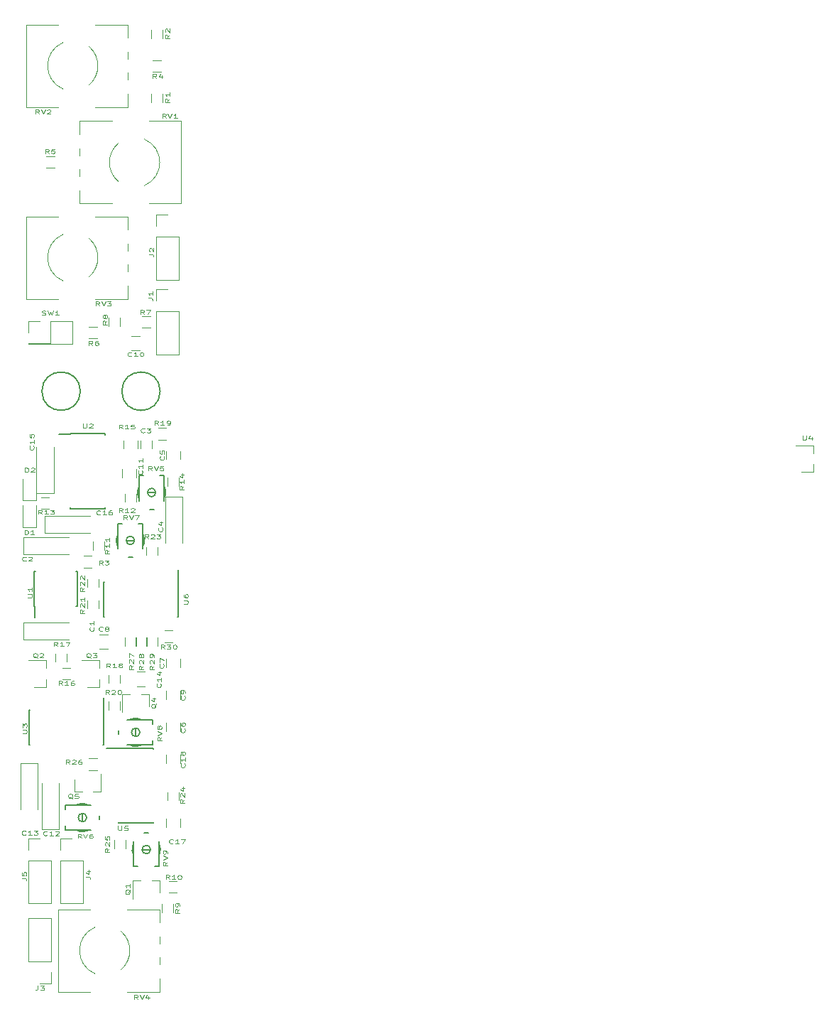
<source format=gbr>
G04 #@! TF.FileFunction,Legend,Top*
%FSLAX46Y46*%
G04 Gerber Fmt 4.6, Leading zero omitted, Abs format (unit mm)*
G04 Created by KiCad (PCBNEW 4.0.6) date 07/12/17 23:45:09*
%MOMM*%
%LPD*%
G01*
G04 APERTURE LIST*
%ADD10C,0.100000*%
%ADD11C,0.200000*%
%ADD12C,0.120000*%
%ADD13C,0.150000*%
%ADD14C,0.125000*%
G04 APERTURE END LIST*
D10*
D11*
X155324525Y-83185000D02*
G75*
G03X155324525Y-83185000I-2289525J0D01*
G01*
X145799525Y-83185000D02*
G75*
G03X145799525Y-83185000I-2289525J0D01*
G01*
D12*
X143728018Y-47172432D02*
G75*
G02X143727000Y-41648000I1171982J2762432D01*
G01*
X146828295Y-42112247D02*
G75*
G02X146828000Y-46708000I-1928295J-2297753D01*
G01*
X151460000Y-49320000D02*
X147594000Y-49320000D01*
X143205000Y-49320000D02*
X139340000Y-49320000D01*
X151460000Y-39500000D02*
X147594000Y-39500000D01*
X143205000Y-39500000D02*
X139340000Y-39500000D01*
X151460000Y-49320000D02*
X151460000Y-47735000D01*
X151460000Y-46085000D02*
X151460000Y-45235000D01*
X151460000Y-43585000D02*
X151460000Y-42735000D01*
X151460000Y-41085000D02*
X151460000Y-39500000D01*
X139340000Y-49320000D02*
X139340000Y-39500000D01*
X141730000Y-118420000D02*
X141730000Y-117490000D01*
X141730000Y-115260000D02*
X141730000Y-116190000D01*
X141730000Y-115260000D02*
X139570000Y-115260000D01*
X141730000Y-118420000D02*
X140270000Y-118420000D01*
X138975000Y-110710000D02*
X144475000Y-110710000D01*
X138975000Y-112810000D02*
X144475000Y-112810000D01*
X138975000Y-110710000D02*
X138975000Y-112810000D01*
X138975000Y-100550000D02*
X144475000Y-100550000D01*
X138975000Y-102650000D02*
X144475000Y-102650000D01*
X138975000Y-100550000D02*
X138975000Y-102650000D01*
X152615000Y-90035000D02*
X152615000Y-89035000D01*
X150915000Y-89035000D02*
X150915000Y-90035000D01*
X158022000Y-95795000D02*
X158022000Y-101295000D01*
X155922000Y-95795000D02*
X155922000Y-101295000D01*
X158022000Y-95795000D02*
X155922000Y-95795000D01*
X155995000Y-90305000D02*
X155995000Y-91305000D01*
X157695000Y-91305000D02*
X157695000Y-90305000D01*
X157695000Y-123690000D02*
X157695000Y-122690000D01*
X155995000Y-122690000D02*
X155995000Y-123690000D01*
X155995000Y-115070000D02*
X155995000Y-116070000D01*
X157695000Y-116070000D02*
X157695000Y-115070000D01*
X149090000Y-112180000D02*
X148090000Y-112180000D01*
X148090000Y-113880000D02*
X149090000Y-113880000D01*
X157695000Y-119880000D02*
X157695000Y-118880000D01*
X155995000Y-118880000D02*
X155995000Y-119880000D01*
X151900000Y-78320000D02*
X152900000Y-78320000D01*
X152900000Y-76620000D02*
X151900000Y-76620000D01*
X150788000Y-92464000D02*
X150788000Y-93464000D01*
X152488000Y-93464000D02*
X152488000Y-92464000D01*
X140750000Y-127545000D02*
X140750000Y-133045000D01*
X138650000Y-127545000D02*
X138650000Y-133045000D01*
X140750000Y-127545000D02*
X138650000Y-127545000D01*
X141190000Y-135345000D02*
X141190000Y-129845000D01*
X143290000Y-135345000D02*
X143290000Y-129845000D01*
X141190000Y-135345000D02*
X143290000Y-135345000D01*
X152535000Y-118325000D02*
X153535000Y-118325000D01*
X153535000Y-116625000D02*
X152535000Y-116625000D01*
X140555000Y-95340000D02*
X140555000Y-89840000D01*
X142655000Y-95340000D02*
X142655000Y-89840000D01*
X140555000Y-95340000D02*
X142655000Y-95340000D01*
X141515000Y-98010000D02*
X147015000Y-98010000D01*
X141515000Y-100110000D02*
X147015000Y-100110000D01*
X141515000Y-98010000D02*
X141515000Y-100110000D01*
X157695000Y-135120000D02*
X157695000Y-134120000D01*
X155995000Y-134120000D02*
X155995000Y-135120000D01*
X155995000Y-126500000D02*
X155995000Y-127500000D01*
X157695000Y-127500000D02*
X157695000Y-126500000D01*
X138900000Y-99390000D02*
X140500000Y-99390000D01*
X140500000Y-99390000D02*
X140500000Y-96790000D01*
X138900000Y-99390000D02*
X138900000Y-96790000D01*
X138900000Y-96215000D02*
X140500000Y-96215000D01*
X140500000Y-96215000D02*
X140500000Y-93615000D01*
X138900000Y-96215000D02*
X138900000Y-93615000D01*
X154880000Y-73660000D02*
X154880000Y-78800000D01*
X154880000Y-78800000D02*
X157540000Y-78800000D01*
X157540000Y-78800000D02*
X157540000Y-73660000D01*
X157540000Y-73660000D02*
X154880000Y-73660000D01*
X154880000Y-72390000D02*
X154880000Y-71060000D01*
X154880000Y-71060000D02*
X156210000Y-71060000D01*
X154880000Y-64770000D02*
X154880000Y-69910000D01*
X154880000Y-69910000D02*
X157540000Y-69910000D01*
X157540000Y-69910000D02*
X157540000Y-64770000D01*
X157540000Y-64770000D02*
X154880000Y-64770000D01*
X154880000Y-63500000D02*
X154880000Y-62170000D01*
X154880000Y-62170000D02*
X156210000Y-62170000D01*
X142300000Y-151130000D02*
X142300000Y-145990000D01*
X142300000Y-145990000D02*
X139640000Y-145990000D01*
X139640000Y-145990000D02*
X139640000Y-151130000D01*
X139640000Y-151130000D02*
X142300000Y-151130000D01*
X142300000Y-152400000D02*
X142300000Y-153730000D01*
X142300000Y-153730000D02*
X140970000Y-153730000D01*
X143450000Y-139065000D02*
X143450000Y-144205000D01*
X143450000Y-144205000D02*
X146110000Y-144205000D01*
X146110000Y-144205000D02*
X146110000Y-139065000D01*
X146110000Y-139065000D02*
X143450000Y-139065000D01*
X143450000Y-137795000D02*
X143450000Y-136465000D01*
X143450000Y-136465000D02*
X144780000Y-136465000D01*
X139640000Y-139065000D02*
X139640000Y-144205000D01*
X139640000Y-144205000D02*
X142300000Y-144205000D01*
X142300000Y-144205000D02*
X142300000Y-139065000D01*
X142300000Y-139065000D02*
X139640000Y-139065000D01*
X139640000Y-137795000D02*
X139640000Y-136465000D01*
X139640000Y-136465000D02*
X140970000Y-136465000D01*
X155250000Y-141480000D02*
X154320000Y-141480000D01*
X152090000Y-141480000D02*
X153020000Y-141480000D01*
X152090000Y-141480000D02*
X152090000Y-143640000D01*
X155250000Y-141480000D02*
X155250000Y-142940000D01*
X148080000Y-118420000D02*
X148080000Y-117490000D01*
X148080000Y-115260000D02*
X148080000Y-116190000D01*
X148080000Y-115260000D02*
X145920000Y-115260000D01*
X148080000Y-118420000D02*
X146620000Y-118420000D01*
X153980000Y-119255000D02*
X153050000Y-119255000D01*
X150820000Y-119255000D02*
X151750000Y-119255000D01*
X150820000Y-119255000D02*
X150820000Y-121415000D01*
X153980000Y-119255000D02*
X153980000Y-120715000D01*
X145105000Y-130935000D02*
X146035000Y-130935000D01*
X148265000Y-130935000D02*
X147335000Y-130935000D01*
X148265000Y-130935000D02*
X148265000Y-128775000D01*
X145105000Y-130935000D02*
X145105000Y-129475000D01*
X154260000Y-48760000D02*
X154260000Y-47760000D01*
X155620000Y-47760000D02*
X155620000Y-48760000D01*
X154260000Y-41140000D02*
X154260000Y-40140000D01*
X155620000Y-40140000D02*
X155620000Y-41140000D01*
X146185000Y-102825000D02*
X147185000Y-102825000D01*
X147185000Y-104185000D02*
X146185000Y-104185000D01*
X154440000Y-43770000D02*
X155440000Y-43770000D01*
X155440000Y-45130000D02*
X154440000Y-45130000D01*
X142740000Y-56560000D02*
X141740000Y-56560000D01*
X141740000Y-55200000D02*
X142740000Y-55200000D01*
X146820000Y-75520000D02*
X147820000Y-75520000D01*
X147820000Y-76880000D02*
X146820000Y-76880000D01*
X154170000Y-75610000D02*
X153170000Y-75610000D01*
X153170000Y-74250000D02*
X154170000Y-74250000D01*
X150540000Y-74430000D02*
X150540000Y-75430000D01*
X149180000Y-75430000D02*
X149180000Y-74430000D01*
X155530000Y-145280000D02*
X155530000Y-144280000D01*
X156890000Y-144280000D02*
X156890000Y-145280000D01*
X157345000Y-142920000D02*
X156345000Y-142920000D01*
X156345000Y-141560000D02*
X157345000Y-141560000D01*
X147275000Y-102100000D02*
X147275000Y-101100000D01*
X148635000Y-101100000D02*
X148635000Y-102100000D01*
X152445000Y-95385000D02*
X152445000Y-96385000D01*
X151085000Y-96385000D02*
X151085000Y-95385000D01*
X142105000Y-97200000D02*
X141105000Y-97200000D01*
X141105000Y-95840000D02*
X142105000Y-95840000D01*
X156165000Y-94480000D02*
X156165000Y-93480000D01*
X157525000Y-93480000D02*
X157525000Y-94480000D01*
X154350000Y-89035000D02*
X154350000Y-90035000D01*
X152990000Y-90035000D02*
X152990000Y-89035000D01*
X143645000Y-116160000D02*
X144645000Y-116160000D01*
X144645000Y-117520000D02*
X143645000Y-117520000D01*
X142830000Y-115435000D02*
X142830000Y-114435000D01*
X144190000Y-114435000D02*
X144190000Y-115435000D01*
X150540000Y-116975000D02*
X150540000Y-117975000D01*
X149180000Y-117975000D02*
X149180000Y-116975000D01*
X156075000Y-88945000D02*
X155075000Y-88945000D01*
X155075000Y-87585000D02*
X156075000Y-87585000D01*
X150540000Y-120150000D02*
X150540000Y-121150000D01*
X149180000Y-121150000D02*
X149180000Y-120150000D01*
X148000000Y-108085000D02*
X148000000Y-109085000D01*
X146640000Y-109085000D02*
X146640000Y-108085000D01*
X146640000Y-106545000D02*
X146640000Y-105545000D01*
X148000000Y-105545000D02*
X148000000Y-106545000D01*
X154985000Y-101735000D02*
X154985000Y-102735000D01*
X153625000Y-102735000D02*
X153625000Y-101735000D01*
X157525000Y-130945000D02*
X157525000Y-131945000D01*
X156165000Y-131945000D02*
X156165000Y-130945000D01*
X151175000Y-136660000D02*
X151175000Y-137660000D01*
X149815000Y-137660000D02*
X149815000Y-136660000D01*
X146820000Y-126955000D02*
X147820000Y-126955000D01*
X147820000Y-128315000D02*
X146820000Y-128315000D01*
X151085000Y-113530000D02*
X151085000Y-112530000D01*
X152445000Y-112530000D02*
X152445000Y-113530000D01*
X152355000Y-113530000D02*
X152355000Y-112530000D01*
X153715000Y-112530000D02*
X153715000Y-113530000D01*
X153625000Y-113530000D02*
X153625000Y-112530000D01*
X154985000Y-112530000D02*
X154985000Y-113530000D01*
X156837000Y-113075000D02*
X155837000Y-113075000D01*
X155837000Y-111715000D02*
X156837000Y-111715000D01*
X153451982Y-53157568D02*
G75*
G02X153453000Y-58682000I-1171982J-2762432D01*
G01*
X150351705Y-58217753D02*
G75*
G02X150352000Y-53622000I1928295J2297753D01*
G01*
X145720000Y-51010000D02*
X149586000Y-51010000D01*
X153975000Y-51010000D02*
X157840000Y-51010000D01*
X145720000Y-60830000D02*
X149586000Y-60830000D01*
X153975000Y-60830000D02*
X157840000Y-60830000D01*
X145720000Y-51010000D02*
X145720000Y-52595000D01*
X145720000Y-54245000D02*
X145720000Y-55095000D01*
X145720000Y-56745000D02*
X145720000Y-57595000D01*
X145720000Y-59245000D02*
X145720000Y-60830000D01*
X157840000Y-51010000D02*
X157840000Y-60830000D01*
X143728018Y-70032432D02*
G75*
G02X143727000Y-64508000I1171982J2762432D01*
G01*
X146828295Y-64972247D02*
G75*
G02X146828000Y-69568000I-1928295J-2297753D01*
G01*
X151460000Y-72180000D02*
X147594000Y-72180000D01*
X143205000Y-72180000D02*
X139340000Y-72180000D01*
X151460000Y-62360000D02*
X147594000Y-62360000D01*
X143205000Y-62360000D02*
X139340000Y-62360000D01*
X151460000Y-72180000D02*
X151460000Y-70595000D01*
X151460000Y-68945000D02*
X151460000Y-68095000D01*
X151460000Y-66445000D02*
X151460000Y-65595000D01*
X151460000Y-63945000D02*
X151460000Y-62360000D01*
X139340000Y-72180000D02*
X139340000Y-62360000D01*
X147538018Y-152582432D02*
G75*
G02X147537000Y-147058000I1171982J2762432D01*
G01*
X150638295Y-147522247D02*
G75*
G02X150638000Y-152118000I-1928295J-2297753D01*
G01*
X155270000Y-154730000D02*
X151404000Y-154730000D01*
X147015000Y-154730000D02*
X143150000Y-154730000D01*
X155270000Y-144910000D02*
X151404000Y-144910000D01*
X147015000Y-144910000D02*
X143150000Y-144910000D01*
X155270000Y-154730000D02*
X155270000Y-153145000D01*
X155270000Y-151495000D02*
X155270000Y-150645000D01*
X155270000Y-148995000D02*
X155270000Y-148145000D01*
X155270000Y-146495000D02*
X155270000Y-144910000D01*
X143150000Y-154730000D02*
X143150000Y-144910000D01*
X139640000Y-77470000D02*
X139640000Y-77530000D01*
X139640000Y-77530000D02*
X144840000Y-77530000D01*
X144840000Y-77530000D02*
X144840000Y-74870000D01*
X144840000Y-74870000D02*
X142240000Y-74870000D01*
X142240000Y-74870000D02*
X142240000Y-77470000D01*
X142240000Y-77470000D02*
X139640000Y-77470000D01*
X139640000Y-76200000D02*
X139640000Y-74870000D01*
X139640000Y-74870000D02*
X140970000Y-74870000D01*
D13*
X140300000Y-108755000D02*
X140350000Y-108755000D01*
X140300000Y-104605000D02*
X140445000Y-104605000D01*
X145450000Y-104605000D02*
X145305000Y-104605000D01*
X145450000Y-108755000D02*
X145305000Y-108755000D01*
X140300000Y-108755000D02*
X140300000Y-104605000D01*
X145450000Y-108755000D02*
X145450000Y-104605000D01*
X140350000Y-108755000D02*
X140350000Y-110155000D01*
X144610000Y-88260000D02*
X144610000Y-88285000D01*
X148760000Y-88260000D02*
X148760000Y-88375000D01*
X148760000Y-97160000D02*
X148760000Y-97045000D01*
X144610000Y-97160000D02*
X144610000Y-97045000D01*
X144610000Y-88260000D02*
X148760000Y-88260000D01*
X144610000Y-97160000D02*
X148760000Y-97160000D01*
X144610000Y-88285000D02*
X143235000Y-88285000D01*
X148595000Y-121115000D02*
X148570000Y-121115000D01*
X148595000Y-125265000D02*
X148480000Y-125265000D01*
X139695000Y-125265000D02*
X139810000Y-125265000D01*
X139695000Y-121115000D02*
X139810000Y-121115000D01*
X148595000Y-121115000D02*
X148595000Y-125265000D01*
X139695000Y-121115000D02*
X139695000Y-125265000D01*
X148570000Y-121115000D02*
X148570000Y-119740000D01*
D12*
X233269524Y-92825000D02*
X233269524Y-91895000D01*
X233269524Y-89665000D02*
X233269524Y-90595000D01*
X233269524Y-89665000D02*
X231109524Y-89665000D01*
X233269524Y-92825000D02*
X231809524Y-92825000D01*
D13*
X150325000Y-125725000D02*
X150325000Y-125750000D01*
X154475000Y-125725000D02*
X154475000Y-125840000D01*
X154475000Y-134625000D02*
X154475000Y-134510000D01*
X150325000Y-134625000D02*
X150325000Y-134510000D01*
X150325000Y-125725000D02*
X154475000Y-125725000D01*
X150325000Y-134625000D02*
X154475000Y-134625000D01*
X150325000Y-125750000D02*
X148950000Y-125750000D01*
X157485000Y-105875000D02*
X157460000Y-105875000D01*
X157485000Y-110025000D02*
X157370000Y-110025000D01*
X148585000Y-110025000D02*
X148700000Y-110025000D01*
X148585000Y-105875000D02*
X148700000Y-105875000D01*
X157485000Y-105875000D02*
X157485000Y-110025000D01*
X148585000Y-105875000D02*
X148585000Y-110025000D01*
X157460000Y-105875000D02*
X157460000Y-104500000D01*
X154170000Y-137795000D02*
X153170000Y-137795000D01*
X154170000Y-137795000D02*
G75*
G03X154170000Y-137795000I-500000J0D01*
G01*
X155260990Y-138325330D02*
G75*
G03X155170000Y-137045000I-1590990J530330D01*
G01*
X152079010Y-137264670D02*
G75*
G03X152170000Y-138545000I1590990J-530330D01*
G01*
X154670000Y-139795000D02*
X155170000Y-139795000D01*
X155170000Y-139795000D02*
X155170000Y-136795000D01*
X152170000Y-136795000D02*
X152170000Y-139795000D01*
X152170000Y-139795000D02*
X152670000Y-139795000D01*
X153420000Y-135795000D02*
X153920000Y-135795000D01*
X152400000Y-123325000D02*
X152400000Y-124325000D01*
X152900000Y-123825000D02*
G75*
G03X152900000Y-123825000I-500000J0D01*
G01*
X152930330Y-122234010D02*
G75*
G03X151650000Y-122325000I-530330J-1590990D01*
G01*
X151869670Y-125415990D02*
G75*
G03X153150000Y-125325000I530330J1590990D01*
G01*
X154400000Y-122825000D02*
X154400000Y-122325000D01*
X154400000Y-122325000D02*
X151400000Y-122325000D01*
X151400000Y-125325000D02*
X154400000Y-125325000D01*
X154400000Y-125325000D02*
X154400000Y-124825000D01*
X150400000Y-124075000D02*
X150400000Y-123575000D01*
X151265000Y-100965000D02*
X152265000Y-100965000D01*
X152265000Y-100965000D02*
G75*
G03X152265000Y-100965000I-500000J0D01*
G01*
X150174010Y-100434670D02*
G75*
G03X150265000Y-101715000I1590990J-530330D01*
G01*
X153355990Y-101495330D02*
G75*
G03X153265000Y-100215000I-1590990J530330D01*
G01*
X150765000Y-98965000D02*
X150265000Y-98965000D01*
X150265000Y-98965000D02*
X150265000Y-101965000D01*
X153265000Y-101965000D02*
X153265000Y-98965000D01*
X153265000Y-98965000D02*
X152765000Y-98965000D01*
X152015000Y-102965000D02*
X151515000Y-102965000D01*
X146050000Y-134485000D02*
X146050000Y-133485000D01*
X146550000Y-133985000D02*
G75*
G03X146550000Y-133985000I-500000J0D01*
G01*
X145519670Y-135575990D02*
G75*
G03X146800000Y-135485000I530330J1590990D01*
G01*
X146580330Y-132394010D02*
G75*
G03X145300000Y-132485000I-530330J-1590990D01*
G01*
X144050000Y-134985000D02*
X144050000Y-135485000D01*
X144050000Y-135485000D02*
X147050000Y-135485000D01*
X147050000Y-132485000D02*
X144050000Y-132485000D01*
X144050000Y-132485000D02*
X144050000Y-132985000D01*
X148050000Y-133735000D02*
X148050000Y-134235000D01*
X153805000Y-95250000D02*
X154805000Y-95250000D01*
X154805000Y-95250000D02*
G75*
G03X154805000Y-95250000I-500000J0D01*
G01*
X152714010Y-94719670D02*
G75*
G03X152805000Y-96000000I1590990J-530330D01*
G01*
X155895990Y-95780330D02*
G75*
G03X155805000Y-94500000I-1590990J530330D01*
G01*
X153305000Y-93250000D02*
X152805000Y-93250000D01*
X152805000Y-93250000D02*
X152805000Y-96250000D01*
X155805000Y-96250000D02*
X155805000Y-93250000D01*
X155805000Y-93250000D02*
X155305000Y-93250000D01*
X154555000Y-97250000D02*
X154055000Y-97250000D01*
D14*
X156017572Y-50645190D02*
X155767572Y-50407095D01*
X155589000Y-50645190D02*
X155589000Y-50145190D01*
X155874715Y-50145190D01*
X155946143Y-50169000D01*
X155981858Y-50192810D01*
X156017572Y-50240429D01*
X156017572Y-50311857D01*
X155981858Y-50359476D01*
X155946143Y-50383286D01*
X155874715Y-50407095D01*
X155589000Y-50407095D01*
X156231858Y-50145190D02*
X156481858Y-50645190D01*
X156731858Y-50145190D01*
X157374715Y-50645190D02*
X156946143Y-50645190D01*
X157160429Y-50645190D02*
X157160429Y-50145190D01*
X157089000Y-50216619D01*
X157017572Y-50264238D01*
X156946143Y-50288048D01*
X140708071Y-114954810D02*
X140636643Y-114931000D01*
X140565214Y-114883381D01*
X140458071Y-114811952D01*
X140386643Y-114788143D01*
X140315214Y-114788143D01*
X140350929Y-114907190D02*
X140279500Y-114883381D01*
X140208071Y-114835762D01*
X140172357Y-114740524D01*
X140172357Y-114573857D01*
X140208071Y-114478619D01*
X140279500Y-114431000D01*
X140350929Y-114407190D01*
X140493786Y-114407190D01*
X140565214Y-114431000D01*
X140636643Y-114478619D01*
X140672357Y-114573857D01*
X140672357Y-114740524D01*
X140636643Y-114835762D01*
X140565214Y-114883381D01*
X140493786Y-114907190D01*
X140350929Y-114907190D01*
X140958071Y-114454810D02*
X140993785Y-114431000D01*
X141065214Y-114407190D01*
X141243785Y-114407190D01*
X141315214Y-114431000D01*
X141350928Y-114454810D01*
X141386643Y-114502429D01*
X141386643Y-114550048D01*
X141350928Y-114621476D01*
X140922357Y-114907190D01*
X141386643Y-114907190D01*
X147371571Y-111313500D02*
X147395381Y-111349214D01*
X147419190Y-111456357D01*
X147419190Y-111527786D01*
X147395381Y-111634929D01*
X147347762Y-111706357D01*
X147300143Y-111742072D01*
X147204905Y-111777786D01*
X147133476Y-111777786D01*
X147038238Y-111742072D01*
X146990619Y-111706357D01*
X146943000Y-111634929D01*
X146919190Y-111527786D01*
X146919190Y-111456357D01*
X146943000Y-111349214D01*
X146966810Y-111313500D01*
X147419190Y-110599214D02*
X147419190Y-111027786D01*
X147419190Y-110813500D02*
X146919190Y-110813500D01*
X146990619Y-110884929D01*
X147038238Y-110956357D01*
X147062048Y-111027786D01*
X139321000Y-103366071D02*
X139285286Y-103389881D01*
X139178143Y-103413690D01*
X139106714Y-103413690D01*
X138999571Y-103389881D01*
X138928143Y-103342262D01*
X138892428Y-103294643D01*
X138856714Y-103199405D01*
X138856714Y-103127976D01*
X138892428Y-103032738D01*
X138928143Y-102985119D01*
X138999571Y-102937500D01*
X139106714Y-102913690D01*
X139178143Y-102913690D01*
X139285286Y-102937500D01*
X139321000Y-102961310D01*
X139606714Y-102961310D02*
X139642428Y-102937500D01*
X139713857Y-102913690D01*
X139892428Y-102913690D01*
X139963857Y-102937500D01*
X139999571Y-102961310D01*
X140035286Y-103008929D01*
X140035286Y-103056548D01*
X139999571Y-103127976D01*
X139571000Y-103413690D01*
X140035286Y-103413690D01*
X153481500Y-88062571D02*
X153445786Y-88086381D01*
X153338643Y-88110190D01*
X153267214Y-88110190D01*
X153160071Y-88086381D01*
X153088643Y-88038762D01*
X153052928Y-87991143D01*
X153017214Y-87895905D01*
X153017214Y-87824476D01*
X153052928Y-87729238D01*
X153088643Y-87681619D01*
X153160071Y-87634000D01*
X153267214Y-87610190D01*
X153338643Y-87610190D01*
X153445786Y-87634000D01*
X153481500Y-87657810D01*
X153731500Y-87610190D02*
X154195786Y-87610190D01*
X153945786Y-87800667D01*
X154052928Y-87800667D01*
X154124357Y-87824476D01*
X154160071Y-87848286D01*
X154195786Y-87895905D01*
X154195786Y-88014952D01*
X154160071Y-88062571D01*
X154124357Y-88086381D01*
X154052928Y-88110190D01*
X153838643Y-88110190D01*
X153767214Y-88086381D01*
X153731500Y-88062571D01*
X155563071Y-99439000D02*
X155586881Y-99474714D01*
X155610690Y-99581857D01*
X155610690Y-99653286D01*
X155586881Y-99760429D01*
X155539262Y-99831857D01*
X155491643Y-99867572D01*
X155396405Y-99903286D01*
X155324976Y-99903286D01*
X155229738Y-99867572D01*
X155182119Y-99831857D01*
X155134500Y-99760429D01*
X155110690Y-99653286D01*
X155110690Y-99581857D01*
X155134500Y-99474714D01*
X155158310Y-99439000D01*
X155277357Y-98796143D02*
X155610690Y-98796143D01*
X155086881Y-98974714D02*
X155444024Y-99153286D01*
X155444024Y-98689000D01*
X155753571Y-90930000D02*
X155777381Y-90965714D01*
X155801190Y-91072857D01*
X155801190Y-91144286D01*
X155777381Y-91251429D01*
X155729762Y-91322857D01*
X155682143Y-91358572D01*
X155586905Y-91394286D01*
X155515476Y-91394286D01*
X155420238Y-91358572D01*
X155372619Y-91322857D01*
X155325000Y-91251429D01*
X155301190Y-91144286D01*
X155301190Y-91072857D01*
X155325000Y-90965714D01*
X155348810Y-90930000D01*
X155301190Y-90251429D02*
X155301190Y-90608572D01*
X155539286Y-90644286D01*
X155515476Y-90608572D01*
X155491667Y-90537143D01*
X155491667Y-90358572D01*
X155515476Y-90287143D01*
X155539286Y-90251429D01*
X155586905Y-90215714D01*
X155705952Y-90215714D01*
X155753571Y-90251429D01*
X155777381Y-90287143D01*
X155801190Y-90358572D01*
X155801190Y-90537143D01*
X155777381Y-90608572D01*
X155753571Y-90644286D01*
X158230071Y-123378500D02*
X158253881Y-123414214D01*
X158277690Y-123521357D01*
X158277690Y-123592786D01*
X158253881Y-123699929D01*
X158206262Y-123771357D01*
X158158643Y-123807072D01*
X158063405Y-123842786D01*
X157991976Y-123842786D01*
X157896738Y-123807072D01*
X157849119Y-123771357D01*
X157801500Y-123699929D01*
X157777690Y-123592786D01*
X157777690Y-123521357D01*
X157801500Y-123414214D01*
X157825310Y-123378500D01*
X157777690Y-122735643D02*
X157777690Y-122878500D01*
X157801500Y-122949929D01*
X157825310Y-122985643D01*
X157896738Y-123057072D01*
X157991976Y-123092786D01*
X158182452Y-123092786D01*
X158230071Y-123057072D01*
X158253881Y-123021357D01*
X158277690Y-122949929D01*
X158277690Y-122807072D01*
X158253881Y-122735643D01*
X158230071Y-122699929D01*
X158182452Y-122664214D01*
X158063405Y-122664214D01*
X158015786Y-122699929D01*
X157991976Y-122735643D01*
X157968167Y-122807072D01*
X157968167Y-122949929D01*
X157991976Y-123021357D01*
X158015786Y-123057072D01*
X158063405Y-123092786D01*
X155690071Y-115695000D02*
X155713881Y-115730714D01*
X155737690Y-115837857D01*
X155737690Y-115909286D01*
X155713881Y-116016429D01*
X155666262Y-116087857D01*
X155618643Y-116123572D01*
X155523405Y-116159286D01*
X155451976Y-116159286D01*
X155356738Y-116123572D01*
X155309119Y-116087857D01*
X155261500Y-116016429D01*
X155237690Y-115909286D01*
X155237690Y-115837857D01*
X155261500Y-115730714D01*
X155285310Y-115695000D01*
X155237690Y-115445000D02*
X155237690Y-114945000D01*
X155737690Y-115266429D01*
X148465000Y-111708571D02*
X148429286Y-111732381D01*
X148322143Y-111756190D01*
X148250714Y-111756190D01*
X148143571Y-111732381D01*
X148072143Y-111684762D01*
X148036428Y-111637143D01*
X148000714Y-111541905D01*
X148000714Y-111470476D01*
X148036428Y-111375238D01*
X148072143Y-111327619D01*
X148143571Y-111280000D01*
X148250714Y-111256190D01*
X148322143Y-111256190D01*
X148429286Y-111280000D01*
X148465000Y-111303810D01*
X148893571Y-111470476D02*
X148822143Y-111446667D01*
X148786428Y-111422857D01*
X148750714Y-111375238D01*
X148750714Y-111351429D01*
X148786428Y-111303810D01*
X148822143Y-111280000D01*
X148893571Y-111256190D01*
X149036428Y-111256190D01*
X149107857Y-111280000D01*
X149143571Y-111303810D01*
X149179286Y-111351429D01*
X149179286Y-111375238D01*
X149143571Y-111422857D01*
X149107857Y-111446667D01*
X149036428Y-111470476D01*
X148893571Y-111470476D01*
X148822143Y-111494286D01*
X148786428Y-111518095D01*
X148750714Y-111565714D01*
X148750714Y-111660952D01*
X148786428Y-111708571D01*
X148822143Y-111732381D01*
X148893571Y-111756190D01*
X149036428Y-111756190D01*
X149107857Y-111732381D01*
X149143571Y-111708571D01*
X149179286Y-111660952D01*
X149179286Y-111565714D01*
X149143571Y-111518095D01*
X149107857Y-111494286D01*
X149036428Y-111470476D01*
X158230071Y-119505000D02*
X158253881Y-119540714D01*
X158277690Y-119647857D01*
X158277690Y-119719286D01*
X158253881Y-119826429D01*
X158206262Y-119897857D01*
X158158643Y-119933572D01*
X158063405Y-119969286D01*
X157991976Y-119969286D01*
X157896738Y-119933572D01*
X157849119Y-119897857D01*
X157801500Y-119826429D01*
X157777690Y-119719286D01*
X157777690Y-119647857D01*
X157801500Y-119540714D01*
X157825310Y-119505000D01*
X158277690Y-119147857D02*
X158277690Y-119005000D01*
X158253881Y-118933572D01*
X158230071Y-118897857D01*
X158158643Y-118826429D01*
X158063405Y-118790714D01*
X157872929Y-118790714D01*
X157825310Y-118826429D01*
X157801500Y-118862143D01*
X157777690Y-118933572D01*
X157777690Y-119076429D01*
X157801500Y-119147857D01*
X157825310Y-119183572D01*
X157872929Y-119219286D01*
X157991976Y-119219286D01*
X158039595Y-119183572D01*
X158063405Y-119147857D01*
X158087214Y-119076429D01*
X158087214Y-118933572D01*
X158063405Y-118862143D01*
X158039595Y-118826429D01*
X157991976Y-118790714D01*
X151917857Y-78982071D02*
X151882143Y-79005881D01*
X151775000Y-79029690D01*
X151703571Y-79029690D01*
X151596428Y-79005881D01*
X151525000Y-78958262D01*
X151489285Y-78910643D01*
X151453571Y-78815405D01*
X151453571Y-78743976D01*
X151489285Y-78648738D01*
X151525000Y-78601119D01*
X151596428Y-78553500D01*
X151703571Y-78529690D01*
X151775000Y-78529690D01*
X151882143Y-78553500D01*
X151917857Y-78577310D01*
X152632143Y-79029690D02*
X152203571Y-79029690D01*
X152417857Y-79029690D02*
X152417857Y-78529690D01*
X152346428Y-78601119D01*
X152275000Y-78648738D01*
X152203571Y-78672548D01*
X153096429Y-78529690D02*
X153167857Y-78529690D01*
X153239286Y-78553500D01*
X153275000Y-78577310D01*
X153310714Y-78624929D01*
X153346429Y-78720167D01*
X153346429Y-78839214D01*
X153310714Y-78934452D01*
X153275000Y-78982071D01*
X153239286Y-79005881D01*
X153167857Y-79029690D01*
X153096429Y-79029690D01*
X153025000Y-79005881D01*
X152989286Y-78982071D01*
X152953571Y-78934452D01*
X152917857Y-78839214D01*
X152917857Y-78720167D01*
X152953571Y-78624929D01*
X152989286Y-78577310D01*
X153025000Y-78553500D01*
X153096429Y-78529690D01*
X153150071Y-92620643D02*
X153173881Y-92656357D01*
X153197690Y-92763500D01*
X153197690Y-92834929D01*
X153173881Y-92942072D01*
X153126262Y-93013500D01*
X153078643Y-93049215D01*
X152983405Y-93084929D01*
X152911976Y-93084929D01*
X152816738Y-93049215D01*
X152769119Y-93013500D01*
X152721500Y-92942072D01*
X152697690Y-92834929D01*
X152697690Y-92763500D01*
X152721500Y-92656357D01*
X152745310Y-92620643D01*
X153197690Y-91906357D02*
X153197690Y-92334929D01*
X153197690Y-92120643D02*
X152697690Y-92120643D01*
X152769119Y-92192072D01*
X152816738Y-92263500D01*
X152840548Y-92334929D01*
X153197690Y-91192071D02*
X153197690Y-91620643D01*
X153197690Y-91406357D02*
X152697690Y-91406357D01*
X152769119Y-91477786D01*
X152816738Y-91549214D01*
X152840548Y-91620643D01*
X141821357Y-136068571D02*
X141785643Y-136092381D01*
X141678500Y-136116190D01*
X141607071Y-136116190D01*
X141499928Y-136092381D01*
X141428500Y-136044762D01*
X141392785Y-135997143D01*
X141357071Y-135901905D01*
X141357071Y-135830476D01*
X141392785Y-135735238D01*
X141428500Y-135687619D01*
X141499928Y-135640000D01*
X141607071Y-135616190D01*
X141678500Y-135616190D01*
X141785643Y-135640000D01*
X141821357Y-135663810D01*
X142535643Y-136116190D02*
X142107071Y-136116190D01*
X142321357Y-136116190D02*
X142321357Y-135616190D01*
X142249928Y-135687619D01*
X142178500Y-135735238D01*
X142107071Y-135759048D01*
X142821357Y-135663810D02*
X142857071Y-135640000D01*
X142928500Y-135616190D01*
X143107071Y-135616190D01*
X143178500Y-135640000D01*
X143214214Y-135663810D01*
X143249929Y-135711429D01*
X143249929Y-135759048D01*
X143214214Y-135830476D01*
X142785643Y-136116190D01*
X143249929Y-136116190D01*
X139281357Y-136005071D02*
X139245643Y-136028881D01*
X139138500Y-136052690D01*
X139067071Y-136052690D01*
X138959928Y-136028881D01*
X138888500Y-135981262D01*
X138852785Y-135933643D01*
X138817071Y-135838405D01*
X138817071Y-135766976D01*
X138852785Y-135671738D01*
X138888500Y-135624119D01*
X138959928Y-135576500D01*
X139067071Y-135552690D01*
X139138500Y-135552690D01*
X139245643Y-135576500D01*
X139281357Y-135600310D01*
X139995643Y-136052690D02*
X139567071Y-136052690D01*
X139781357Y-136052690D02*
X139781357Y-135552690D01*
X139709928Y-135624119D01*
X139638500Y-135671738D01*
X139567071Y-135695548D01*
X140245643Y-135552690D02*
X140709929Y-135552690D01*
X140459929Y-135743167D01*
X140567071Y-135743167D01*
X140638500Y-135766976D01*
X140674214Y-135790786D01*
X140709929Y-135838405D01*
X140709929Y-135957452D01*
X140674214Y-136005071D01*
X140638500Y-136028881D01*
X140567071Y-136052690D01*
X140352786Y-136052690D01*
X140281357Y-136028881D01*
X140245643Y-136005071D01*
X155372571Y-118020643D02*
X155396381Y-118056357D01*
X155420190Y-118163500D01*
X155420190Y-118234929D01*
X155396381Y-118342072D01*
X155348762Y-118413500D01*
X155301143Y-118449215D01*
X155205905Y-118484929D01*
X155134476Y-118484929D01*
X155039238Y-118449215D01*
X154991619Y-118413500D01*
X154944000Y-118342072D01*
X154920190Y-118234929D01*
X154920190Y-118163500D01*
X154944000Y-118056357D01*
X154967810Y-118020643D01*
X155420190Y-117306357D02*
X155420190Y-117734929D01*
X155420190Y-117520643D02*
X154920190Y-117520643D01*
X154991619Y-117592072D01*
X155039238Y-117663500D01*
X155063048Y-117734929D01*
X155086857Y-116663500D02*
X155420190Y-116663500D01*
X154896381Y-116842071D02*
X155253524Y-117020643D01*
X155253524Y-116556357D01*
X140196071Y-89699643D02*
X140219881Y-89735357D01*
X140243690Y-89842500D01*
X140243690Y-89913929D01*
X140219881Y-90021072D01*
X140172262Y-90092500D01*
X140124643Y-90128215D01*
X140029405Y-90163929D01*
X139957976Y-90163929D01*
X139862738Y-90128215D01*
X139815119Y-90092500D01*
X139767500Y-90021072D01*
X139743690Y-89913929D01*
X139743690Y-89842500D01*
X139767500Y-89735357D01*
X139791310Y-89699643D01*
X140243690Y-88985357D02*
X140243690Y-89413929D01*
X140243690Y-89199643D02*
X139743690Y-89199643D01*
X139815119Y-89271072D01*
X139862738Y-89342500D01*
X139886548Y-89413929D01*
X139743690Y-88306786D02*
X139743690Y-88663929D01*
X139981786Y-88699643D01*
X139957976Y-88663929D01*
X139934167Y-88592500D01*
X139934167Y-88413929D01*
X139957976Y-88342500D01*
X139981786Y-88306786D01*
X140029405Y-88271071D01*
X140148452Y-88271071D01*
X140196071Y-88306786D01*
X140219881Y-88342500D01*
X140243690Y-88413929D01*
X140243690Y-88592500D01*
X140219881Y-88663929D01*
X140196071Y-88699643D01*
X148171357Y-97841571D02*
X148135643Y-97865381D01*
X148028500Y-97889190D01*
X147957071Y-97889190D01*
X147849928Y-97865381D01*
X147778500Y-97817762D01*
X147742785Y-97770143D01*
X147707071Y-97674905D01*
X147707071Y-97603476D01*
X147742785Y-97508238D01*
X147778500Y-97460619D01*
X147849928Y-97413000D01*
X147957071Y-97389190D01*
X148028500Y-97389190D01*
X148135643Y-97413000D01*
X148171357Y-97436810D01*
X148885643Y-97889190D02*
X148457071Y-97889190D01*
X148671357Y-97889190D02*
X148671357Y-97389190D01*
X148599928Y-97460619D01*
X148528500Y-97508238D01*
X148457071Y-97532048D01*
X149528500Y-97389190D02*
X149385643Y-97389190D01*
X149314214Y-97413000D01*
X149278500Y-97436810D01*
X149207071Y-97508238D01*
X149171357Y-97603476D01*
X149171357Y-97793952D01*
X149207071Y-97841571D01*
X149242786Y-97865381D01*
X149314214Y-97889190D01*
X149457071Y-97889190D01*
X149528500Y-97865381D01*
X149564214Y-97841571D01*
X149599929Y-97793952D01*
X149599929Y-97674905D01*
X149564214Y-97627286D01*
X149528500Y-97603476D01*
X149457071Y-97579667D01*
X149314214Y-97579667D01*
X149242786Y-97603476D01*
X149207071Y-97627286D01*
X149171357Y-97674905D01*
X156870857Y-137021071D02*
X156835143Y-137044881D01*
X156728000Y-137068690D01*
X156656571Y-137068690D01*
X156549428Y-137044881D01*
X156478000Y-136997262D01*
X156442285Y-136949643D01*
X156406571Y-136854405D01*
X156406571Y-136782976D01*
X156442285Y-136687738D01*
X156478000Y-136640119D01*
X156549428Y-136592500D01*
X156656571Y-136568690D01*
X156728000Y-136568690D01*
X156835143Y-136592500D01*
X156870857Y-136616310D01*
X157585143Y-137068690D02*
X157156571Y-137068690D01*
X157370857Y-137068690D02*
X157370857Y-136568690D01*
X157299428Y-136640119D01*
X157228000Y-136687738D01*
X157156571Y-136711548D01*
X157835143Y-136568690D02*
X158335143Y-136568690D01*
X158013714Y-137068690D01*
X158230071Y-127545643D02*
X158253881Y-127581357D01*
X158277690Y-127688500D01*
X158277690Y-127759929D01*
X158253881Y-127867072D01*
X158206262Y-127938500D01*
X158158643Y-127974215D01*
X158063405Y-128009929D01*
X157991976Y-128009929D01*
X157896738Y-127974215D01*
X157849119Y-127938500D01*
X157801500Y-127867072D01*
X157777690Y-127759929D01*
X157777690Y-127688500D01*
X157801500Y-127581357D01*
X157825310Y-127545643D01*
X158277690Y-126831357D02*
X158277690Y-127259929D01*
X158277690Y-127045643D02*
X157777690Y-127045643D01*
X157849119Y-127117072D01*
X157896738Y-127188500D01*
X157920548Y-127259929D01*
X157991976Y-126402786D02*
X157968167Y-126474214D01*
X157944357Y-126509929D01*
X157896738Y-126545643D01*
X157872929Y-126545643D01*
X157825310Y-126509929D01*
X157801500Y-126474214D01*
X157777690Y-126402786D01*
X157777690Y-126259929D01*
X157801500Y-126188500D01*
X157825310Y-126152786D01*
X157872929Y-126117071D01*
X157896738Y-126117071D01*
X157944357Y-126152786D01*
X157968167Y-126188500D01*
X157991976Y-126259929D01*
X157991976Y-126402786D01*
X158015786Y-126474214D01*
X158039595Y-126509929D01*
X158087214Y-126545643D01*
X158182452Y-126545643D01*
X158230071Y-126509929D01*
X158253881Y-126474214D01*
X158277690Y-126402786D01*
X158277690Y-126259929D01*
X158253881Y-126188500D01*
X158230071Y-126152786D01*
X158182452Y-126117071D01*
X158087214Y-126117071D01*
X158039595Y-126152786D01*
X158015786Y-126188500D01*
X157991976Y-126259929D01*
X139146428Y-100238690D02*
X139146428Y-99738690D01*
X139325000Y-99738690D01*
X139432143Y-99762500D01*
X139503571Y-99810119D01*
X139539286Y-99857738D01*
X139575000Y-99952976D01*
X139575000Y-100024405D01*
X139539286Y-100119643D01*
X139503571Y-100167262D01*
X139432143Y-100214881D01*
X139325000Y-100238690D01*
X139146428Y-100238690D01*
X140289286Y-100238690D02*
X139860714Y-100238690D01*
X140075000Y-100238690D02*
X140075000Y-99738690D01*
X140003571Y-99810119D01*
X139932143Y-99857738D01*
X139860714Y-99881548D01*
X139209928Y-92809190D02*
X139209928Y-92309190D01*
X139388500Y-92309190D01*
X139495643Y-92333000D01*
X139567071Y-92380619D01*
X139602786Y-92428238D01*
X139638500Y-92523476D01*
X139638500Y-92594905D01*
X139602786Y-92690143D01*
X139567071Y-92737762D01*
X139495643Y-92785381D01*
X139388500Y-92809190D01*
X139209928Y-92809190D01*
X139924214Y-92356810D02*
X139959928Y-92333000D01*
X140031357Y-92309190D01*
X140209928Y-92309190D01*
X140281357Y-92333000D01*
X140317071Y-92356810D01*
X140352786Y-92404429D01*
X140352786Y-92452048D01*
X140317071Y-92523476D01*
X139888500Y-92809190D01*
X140352786Y-92809190D01*
X153904190Y-72068500D02*
X154261333Y-72068500D01*
X154332762Y-72104214D01*
X154380381Y-72175643D01*
X154404190Y-72282786D01*
X154404190Y-72354214D01*
X154404190Y-71318499D02*
X154404190Y-71747071D01*
X154404190Y-71532785D02*
X153904190Y-71532785D01*
X153975619Y-71604214D01*
X154023238Y-71675642D01*
X154047048Y-71747071D01*
X154031190Y-66861500D02*
X154388333Y-66861500D01*
X154459762Y-66897214D01*
X154507381Y-66968643D01*
X154531190Y-67075786D01*
X154531190Y-67147214D01*
X154078810Y-66540071D02*
X154055000Y-66504357D01*
X154031190Y-66432928D01*
X154031190Y-66254357D01*
X154055000Y-66182928D01*
X154078810Y-66147214D01*
X154126429Y-66111499D01*
X154174048Y-66111499D01*
X154245476Y-66147214D01*
X154531190Y-66575785D01*
X154531190Y-66111499D01*
X140720000Y-154031190D02*
X140720000Y-154388333D01*
X140684286Y-154459762D01*
X140612857Y-154507381D01*
X140505714Y-154531190D01*
X140434286Y-154531190D01*
X141005715Y-154031190D02*
X141470001Y-154031190D01*
X141220001Y-154221667D01*
X141327143Y-154221667D01*
X141398572Y-154245476D01*
X141434286Y-154269286D01*
X141470001Y-154316905D01*
X141470001Y-154435952D01*
X141434286Y-154483571D01*
X141398572Y-154507381D01*
X141327143Y-154531190D01*
X141112858Y-154531190D01*
X141041429Y-154507381D01*
X141005715Y-154483571D01*
X146474690Y-141029500D02*
X146831833Y-141029500D01*
X146903262Y-141065214D01*
X146950881Y-141136643D01*
X146974690Y-141243786D01*
X146974690Y-141315214D01*
X146641357Y-140350928D02*
X146974690Y-140350928D01*
X146450881Y-140529499D02*
X146808024Y-140708071D01*
X146808024Y-140243785D01*
X138854690Y-141220000D02*
X139211833Y-141220000D01*
X139283262Y-141255714D01*
X139330881Y-141327143D01*
X139354690Y-141434286D01*
X139354690Y-141505714D01*
X138854690Y-140505714D02*
X138854690Y-140862857D01*
X139092786Y-140898571D01*
X139068976Y-140862857D01*
X139045167Y-140791428D01*
X139045167Y-140612857D01*
X139068976Y-140541428D01*
X139092786Y-140505714D01*
X139140405Y-140469999D01*
X139259452Y-140469999D01*
X139307071Y-140505714D01*
X139330881Y-140541428D01*
X139354690Y-140612857D01*
X139354690Y-140791428D01*
X139330881Y-140862857D01*
X139307071Y-140898571D01*
X151721310Y-142565429D02*
X151697500Y-142636857D01*
X151649881Y-142708286D01*
X151578452Y-142815429D01*
X151554643Y-142886857D01*
X151554643Y-142958286D01*
X151673690Y-142922571D02*
X151649881Y-142994000D01*
X151602262Y-143065429D01*
X151507024Y-143101143D01*
X151340357Y-143101143D01*
X151245119Y-143065429D01*
X151197500Y-142994000D01*
X151173690Y-142922571D01*
X151173690Y-142779714D01*
X151197500Y-142708286D01*
X151245119Y-142636857D01*
X151340357Y-142601143D01*
X151507024Y-142601143D01*
X151602262Y-142636857D01*
X151649881Y-142708286D01*
X151673690Y-142779714D01*
X151673690Y-142922571D01*
X151673690Y-141886857D02*
X151673690Y-142315429D01*
X151673690Y-142101143D02*
X151173690Y-142101143D01*
X151245119Y-142172572D01*
X151292738Y-142244000D01*
X151316548Y-142315429D01*
X147058071Y-114954810D02*
X146986643Y-114931000D01*
X146915214Y-114883381D01*
X146808071Y-114811952D01*
X146736643Y-114788143D01*
X146665214Y-114788143D01*
X146700929Y-114907190D02*
X146629500Y-114883381D01*
X146558071Y-114835762D01*
X146522357Y-114740524D01*
X146522357Y-114573857D01*
X146558071Y-114478619D01*
X146629500Y-114431000D01*
X146700929Y-114407190D01*
X146843786Y-114407190D01*
X146915214Y-114431000D01*
X146986643Y-114478619D01*
X147022357Y-114573857D01*
X147022357Y-114740524D01*
X146986643Y-114835762D01*
X146915214Y-114883381D01*
X146843786Y-114907190D01*
X146700929Y-114907190D01*
X147272357Y-114407190D02*
X147736643Y-114407190D01*
X147486643Y-114597667D01*
X147593785Y-114597667D01*
X147665214Y-114621476D01*
X147700928Y-114645286D01*
X147736643Y-114692905D01*
X147736643Y-114811952D01*
X147700928Y-114859571D01*
X147665214Y-114883381D01*
X147593785Y-114907190D01*
X147379500Y-114907190D01*
X147308071Y-114883381D01*
X147272357Y-114859571D01*
X154832810Y-120403929D02*
X154809000Y-120475357D01*
X154761381Y-120546786D01*
X154689952Y-120653929D01*
X154666143Y-120725357D01*
X154666143Y-120796786D01*
X154785190Y-120761071D02*
X154761381Y-120832500D01*
X154713762Y-120903929D01*
X154618524Y-120939643D01*
X154451857Y-120939643D01*
X154356619Y-120903929D01*
X154309000Y-120832500D01*
X154285190Y-120761071D01*
X154285190Y-120618214D01*
X154309000Y-120546786D01*
X154356619Y-120475357D01*
X154451857Y-120439643D01*
X154618524Y-120439643D01*
X154713762Y-120475357D01*
X154761381Y-120546786D01*
X154785190Y-120618214D01*
X154785190Y-120761071D01*
X154451857Y-119796786D02*
X154785190Y-119796786D01*
X154261381Y-119975357D02*
X154618524Y-120153929D01*
X154618524Y-119689643D01*
X144899071Y-131718810D02*
X144827643Y-131695000D01*
X144756214Y-131647381D01*
X144649071Y-131575952D01*
X144577643Y-131552143D01*
X144506214Y-131552143D01*
X144541929Y-131671190D02*
X144470500Y-131647381D01*
X144399071Y-131599762D01*
X144363357Y-131504524D01*
X144363357Y-131337857D01*
X144399071Y-131242619D01*
X144470500Y-131195000D01*
X144541929Y-131171190D01*
X144684786Y-131171190D01*
X144756214Y-131195000D01*
X144827643Y-131242619D01*
X144863357Y-131337857D01*
X144863357Y-131504524D01*
X144827643Y-131599762D01*
X144756214Y-131647381D01*
X144684786Y-131671190D01*
X144541929Y-131671190D01*
X145541928Y-131171190D02*
X145184785Y-131171190D01*
X145149071Y-131409286D01*
X145184785Y-131385476D01*
X145256214Y-131361667D01*
X145434785Y-131361667D01*
X145506214Y-131385476D01*
X145541928Y-131409286D01*
X145577643Y-131456905D01*
X145577643Y-131575952D01*
X145541928Y-131623571D01*
X145506214Y-131647381D01*
X145434785Y-131671190D01*
X145256214Y-131671190D01*
X145184785Y-131647381D01*
X145149071Y-131623571D01*
X156436190Y-48321500D02*
X156198095Y-48571500D01*
X156436190Y-48750072D02*
X155936190Y-48750072D01*
X155936190Y-48464357D01*
X155960000Y-48392929D01*
X155983810Y-48357214D01*
X156031429Y-48321500D01*
X156102857Y-48321500D01*
X156150476Y-48357214D01*
X156174286Y-48392929D01*
X156198095Y-48464357D01*
X156198095Y-48750072D01*
X156436190Y-47607214D02*
X156436190Y-48035786D01*
X156436190Y-47821500D02*
X155936190Y-47821500D01*
X156007619Y-47892929D01*
X156055238Y-47964357D01*
X156079048Y-48035786D01*
X156436190Y-40701500D02*
X156198095Y-40951500D01*
X156436190Y-41130072D02*
X155936190Y-41130072D01*
X155936190Y-40844357D01*
X155960000Y-40772929D01*
X155983810Y-40737214D01*
X156031429Y-40701500D01*
X156102857Y-40701500D01*
X156150476Y-40737214D01*
X156174286Y-40772929D01*
X156198095Y-40844357D01*
X156198095Y-41130072D01*
X155983810Y-40415786D02*
X155960000Y-40380072D01*
X155936190Y-40308643D01*
X155936190Y-40130072D01*
X155960000Y-40058643D01*
X155983810Y-40022929D01*
X156031429Y-39987214D01*
X156079048Y-39987214D01*
X156150476Y-40022929D01*
X156436190Y-40451500D01*
X156436190Y-39987214D01*
X148465000Y-103858190D02*
X148215000Y-103620095D01*
X148036428Y-103858190D02*
X148036428Y-103358190D01*
X148322143Y-103358190D01*
X148393571Y-103382000D01*
X148429286Y-103405810D01*
X148465000Y-103453429D01*
X148465000Y-103524857D01*
X148429286Y-103572476D01*
X148393571Y-103596286D01*
X148322143Y-103620095D01*
X148036428Y-103620095D01*
X148715000Y-103358190D02*
X149179286Y-103358190D01*
X148929286Y-103548667D01*
X149036428Y-103548667D01*
X149107857Y-103572476D01*
X149143571Y-103596286D01*
X149179286Y-103643905D01*
X149179286Y-103762952D01*
X149143571Y-103810571D01*
X149107857Y-103834381D01*
X149036428Y-103858190D01*
X148822143Y-103858190D01*
X148750714Y-103834381D01*
X148715000Y-103810571D01*
X154878500Y-45882690D02*
X154628500Y-45644595D01*
X154449928Y-45882690D02*
X154449928Y-45382690D01*
X154735643Y-45382690D01*
X154807071Y-45406500D01*
X154842786Y-45430310D01*
X154878500Y-45477929D01*
X154878500Y-45549357D01*
X154842786Y-45596976D01*
X154807071Y-45620786D01*
X154735643Y-45644595D01*
X154449928Y-45644595D01*
X155521357Y-45549357D02*
X155521357Y-45882690D01*
X155342786Y-45358881D02*
X155164214Y-45716024D01*
X155628500Y-45716024D01*
X142051500Y-54836190D02*
X141801500Y-54598095D01*
X141622928Y-54836190D02*
X141622928Y-54336190D01*
X141908643Y-54336190D01*
X141980071Y-54360000D01*
X142015786Y-54383810D01*
X142051500Y-54431429D01*
X142051500Y-54502857D01*
X142015786Y-54550476D01*
X141980071Y-54574286D01*
X141908643Y-54598095D01*
X141622928Y-54598095D01*
X142730071Y-54336190D02*
X142372928Y-54336190D01*
X142337214Y-54574286D01*
X142372928Y-54550476D01*
X142444357Y-54526667D01*
X142622928Y-54526667D01*
X142694357Y-54550476D01*
X142730071Y-54574286D01*
X142765786Y-54621905D01*
X142765786Y-54740952D01*
X142730071Y-54788571D01*
X142694357Y-54812381D01*
X142622928Y-54836190D01*
X142444357Y-54836190D01*
X142372928Y-54812381D01*
X142337214Y-54788571D01*
X147258500Y-77696190D02*
X147008500Y-77458095D01*
X146829928Y-77696190D02*
X146829928Y-77196190D01*
X147115643Y-77196190D01*
X147187071Y-77220000D01*
X147222786Y-77243810D01*
X147258500Y-77291429D01*
X147258500Y-77362857D01*
X147222786Y-77410476D01*
X147187071Y-77434286D01*
X147115643Y-77458095D01*
X146829928Y-77458095D01*
X147901357Y-77196190D02*
X147758500Y-77196190D01*
X147687071Y-77220000D01*
X147651357Y-77243810D01*
X147579928Y-77315238D01*
X147544214Y-77410476D01*
X147544214Y-77600952D01*
X147579928Y-77648571D01*
X147615643Y-77672381D01*
X147687071Y-77696190D01*
X147829928Y-77696190D01*
X147901357Y-77672381D01*
X147937071Y-77648571D01*
X147972786Y-77600952D01*
X147972786Y-77481905D01*
X147937071Y-77434286D01*
X147901357Y-77410476D01*
X147829928Y-77386667D01*
X147687071Y-77386667D01*
X147615643Y-77410476D01*
X147579928Y-77434286D01*
X147544214Y-77481905D01*
X153418000Y-74013190D02*
X153168000Y-73775095D01*
X152989428Y-74013190D02*
X152989428Y-73513190D01*
X153275143Y-73513190D01*
X153346571Y-73537000D01*
X153382286Y-73560810D01*
X153418000Y-73608429D01*
X153418000Y-73679857D01*
X153382286Y-73727476D01*
X153346571Y-73751286D01*
X153275143Y-73775095D01*
X152989428Y-73775095D01*
X153668000Y-73513190D02*
X154168000Y-73513190D01*
X153846571Y-74013190D01*
X149006690Y-74801000D02*
X148768595Y-75051000D01*
X149006690Y-75229572D02*
X148506690Y-75229572D01*
X148506690Y-74943857D01*
X148530500Y-74872429D01*
X148554310Y-74836714D01*
X148601929Y-74801000D01*
X148673357Y-74801000D01*
X148720976Y-74836714D01*
X148744786Y-74872429D01*
X148768595Y-74943857D01*
X148768595Y-75229572D01*
X148720976Y-74372429D02*
X148697167Y-74443857D01*
X148673357Y-74479572D01*
X148625738Y-74515286D01*
X148601929Y-74515286D01*
X148554310Y-74479572D01*
X148530500Y-74443857D01*
X148506690Y-74372429D01*
X148506690Y-74229572D01*
X148530500Y-74158143D01*
X148554310Y-74122429D01*
X148601929Y-74086714D01*
X148625738Y-74086714D01*
X148673357Y-74122429D01*
X148697167Y-74158143D01*
X148720976Y-74229572D01*
X148720976Y-74372429D01*
X148744786Y-74443857D01*
X148768595Y-74479572D01*
X148816214Y-74515286D01*
X148911452Y-74515286D01*
X148959071Y-74479572D01*
X148982881Y-74443857D01*
X149006690Y-74372429D01*
X149006690Y-74229572D01*
X148982881Y-74158143D01*
X148959071Y-74122429D01*
X148911452Y-74086714D01*
X148816214Y-74086714D01*
X148768595Y-74122429D01*
X148744786Y-74158143D01*
X148720976Y-74229572D01*
X157642690Y-144905000D02*
X157404595Y-145155000D01*
X157642690Y-145333572D02*
X157142690Y-145333572D01*
X157142690Y-145047857D01*
X157166500Y-144976429D01*
X157190310Y-144940714D01*
X157237929Y-144905000D01*
X157309357Y-144905000D01*
X157356976Y-144940714D01*
X157380786Y-144976429D01*
X157404595Y-145047857D01*
X157404595Y-145333572D01*
X157642690Y-144547857D02*
X157642690Y-144405000D01*
X157618881Y-144333572D01*
X157595071Y-144297857D01*
X157523643Y-144226429D01*
X157428405Y-144190714D01*
X157237929Y-144190714D01*
X157190310Y-144226429D01*
X157166500Y-144262143D01*
X157142690Y-144333572D01*
X157142690Y-144476429D01*
X157166500Y-144547857D01*
X157190310Y-144583572D01*
X157237929Y-144619286D01*
X157356976Y-144619286D01*
X157404595Y-144583572D01*
X157428405Y-144547857D01*
X157452214Y-144476429D01*
X157452214Y-144333572D01*
X157428405Y-144262143D01*
X157404595Y-144226429D01*
X157356976Y-144190714D01*
X156426357Y-141323190D02*
X156176357Y-141085095D01*
X155997785Y-141323190D02*
X155997785Y-140823190D01*
X156283500Y-140823190D01*
X156354928Y-140847000D01*
X156390643Y-140870810D01*
X156426357Y-140918429D01*
X156426357Y-140989857D01*
X156390643Y-141037476D01*
X156354928Y-141061286D01*
X156283500Y-141085095D01*
X155997785Y-141085095D01*
X157140643Y-141323190D02*
X156712071Y-141323190D01*
X156926357Y-141323190D02*
X156926357Y-140823190D01*
X156854928Y-140894619D01*
X156783500Y-140942238D01*
X156712071Y-140966048D01*
X157604929Y-140823190D02*
X157676357Y-140823190D01*
X157747786Y-140847000D01*
X157783500Y-140870810D01*
X157819214Y-140918429D01*
X157854929Y-141013667D01*
X157854929Y-141132714D01*
X157819214Y-141227952D01*
X157783500Y-141275571D01*
X157747786Y-141299381D01*
X157676357Y-141323190D01*
X157604929Y-141323190D01*
X157533500Y-141299381D01*
X157497786Y-141275571D01*
X157462071Y-141227952D01*
X157426357Y-141132714D01*
X157426357Y-141013667D01*
X157462071Y-140918429D01*
X157497786Y-140870810D01*
X157533500Y-140847000D01*
X157604929Y-140823190D01*
X149260690Y-102082143D02*
X149022595Y-102332143D01*
X149260690Y-102510715D02*
X148760690Y-102510715D01*
X148760690Y-102225000D01*
X148784500Y-102153572D01*
X148808310Y-102117857D01*
X148855929Y-102082143D01*
X148927357Y-102082143D01*
X148974976Y-102117857D01*
X148998786Y-102153572D01*
X149022595Y-102225000D01*
X149022595Y-102510715D01*
X149260690Y-101367857D02*
X149260690Y-101796429D01*
X149260690Y-101582143D02*
X148760690Y-101582143D01*
X148832119Y-101653572D01*
X148879738Y-101725000D01*
X148903548Y-101796429D01*
X149260690Y-100653571D02*
X149260690Y-101082143D01*
X149260690Y-100867857D02*
X148760690Y-100867857D01*
X148832119Y-100939286D01*
X148879738Y-101010714D01*
X148903548Y-101082143D01*
X150838357Y-97635190D02*
X150588357Y-97397095D01*
X150409785Y-97635190D02*
X150409785Y-97135190D01*
X150695500Y-97135190D01*
X150766928Y-97159000D01*
X150802643Y-97182810D01*
X150838357Y-97230429D01*
X150838357Y-97301857D01*
X150802643Y-97349476D01*
X150766928Y-97373286D01*
X150695500Y-97397095D01*
X150409785Y-97397095D01*
X151552643Y-97635190D02*
X151124071Y-97635190D01*
X151338357Y-97635190D02*
X151338357Y-97135190D01*
X151266928Y-97206619D01*
X151195500Y-97254238D01*
X151124071Y-97278048D01*
X151838357Y-97182810D02*
X151874071Y-97159000D01*
X151945500Y-97135190D01*
X152124071Y-97135190D01*
X152195500Y-97159000D01*
X152231214Y-97182810D01*
X152266929Y-97230429D01*
X152266929Y-97278048D01*
X152231214Y-97349476D01*
X151802643Y-97635190D01*
X152266929Y-97635190D01*
X141249857Y-97825690D02*
X140999857Y-97587595D01*
X140821285Y-97825690D02*
X140821285Y-97325690D01*
X141107000Y-97325690D01*
X141178428Y-97349500D01*
X141214143Y-97373310D01*
X141249857Y-97420929D01*
X141249857Y-97492357D01*
X141214143Y-97539976D01*
X141178428Y-97563786D01*
X141107000Y-97587595D01*
X140821285Y-97587595D01*
X141964143Y-97825690D02*
X141535571Y-97825690D01*
X141749857Y-97825690D02*
X141749857Y-97325690D01*
X141678428Y-97397119D01*
X141607000Y-97444738D01*
X141535571Y-97468548D01*
X142214143Y-97325690D02*
X142678429Y-97325690D01*
X142428429Y-97516167D01*
X142535571Y-97516167D01*
X142607000Y-97539976D01*
X142642714Y-97563786D01*
X142678429Y-97611405D01*
X142678429Y-97730452D01*
X142642714Y-97778071D01*
X142607000Y-97801881D01*
X142535571Y-97825690D01*
X142321286Y-97825690D01*
X142249857Y-97801881D01*
X142214143Y-97778071D01*
X158150690Y-94462143D02*
X157912595Y-94712143D01*
X158150690Y-94890715D02*
X157650690Y-94890715D01*
X157650690Y-94605000D01*
X157674500Y-94533572D01*
X157698310Y-94497857D01*
X157745929Y-94462143D01*
X157817357Y-94462143D01*
X157864976Y-94497857D01*
X157888786Y-94533572D01*
X157912595Y-94605000D01*
X157912595Y-94890715D01*
X158150690Y-93747857D02*
X158150690Y-94176429D01*
X158150690Y-93962143D02*
X157650690Y-93962143D01*
X157722119Y-94033572D01*
X157769738Y-94105000D01*
X157793548Y-94176429D01*
X157817357Y-93105000D02*
X158150690Y-93105000D01*
X157626881Y-93283571D02*
X157984024Y-93462143D01*
X157984024Y-92997857D01*
X150838357Y-87665690D02*
X150588357Y-87427595D01*
X150409785Y-87665690D02*
X150409785Y-87165690D01*
X150695500Y-87165690D01*
X150766928Y-87189500D01*
X150802643Y-87213310D01*
X150838357Y-87260929D01*
X150838357Y-87332357D01*
X150802643Y-87379976D01*
X150766928Y-87403786D01*
X150695500Y-87427595D01*
X150409785Y-87427595D01*
X151552643Y-87665690D02*
X151124071Y-87665690D01*
X151338357Y-87665690D02*
X151338357Y-87165690D01*
X151266928Y-87237119D01*
X151195500Y-87284738D01*
X151124071Y-87308548D01*
X152231214Y-87165690D02*
X151874071Y-87165690D01*
X151838357Y-87403786D01*
X151874071Y-87379976D01*
X151945500Y-87356167D01*
X152124071Y-87356167D01*
X152195500Y-87379976D01*
X152231214Y-87403786D01*
X152266929Y-87451405D01*
X152266929Y-87570452D01*
X152231214Y-87618071D01*
X152195500Y-87641881D01*
X152124071Y-87665690D01*
X151945500Y-87665690D01*
X151874071Y-87641881D01*
X151838357Y-87618071D01*
X143662857Y-118209190D02*
X143412857Y-117971095D01*
X143234285Y-118209190D02*
X143234285Y-117709190D01*
X143520000Y-117709190D01*
X143591428Y-117733000D01*
X143627143Y-117756810D01*
X143662857Y-117804429D01*
X143662857Y-117875857D01*
X143627143Y-117923476D01*
X143591428Y-117947286D01*
X143520000Y-117971095D01*
X143234285Y-117971095D01*
X144377143Y-118209190D02*
X143948571Y-118209190D01*
X144162857Y-118209190D02*
X144162857Y-117709190D01*
X144091428Y-117780619D01*
X144020000Y-117828238D01*
X143948571Y-117852048D01*
X145020000Y-117709190D02*
X144877143Y-117709190D01*
X144805714Y-117733000D01*
X144770000Y-117756810D01*
X144698571Y-117828238D01*
X144662857Y-117923476D01*
X144662857Y-118113952D01*
X144698571Y-118161571D01*
X144734286Y-118185381D01*
X144805714Y-118209190D01*
X144948571Y-118209190D01*
X145020000Y-118185381D01*
X145055714Y-118161571D01*
X145091429Y-118113952D01*
X145091429Y-117994905D01*
X145055714Y-117947286D01*
X145020000Y-117923476D01*
X144948571Y-117899667D01*
X144805714Y-117899667D01*
X144734286Y-117923476D01*
X144698571Y-117947286D01*
X144662857Y-117994905D01*
X143091357Y-113573690D02*
X142841357Y-113335595D01*
X142662785Y-113573690D02*
X142662785Y-113073690D01*
X142948500Y-113073690D01*
X143019928Y-113097500D01*
X143055643Y-113121310D01*
X143091357Y-113168929D01*
X143091357Y-113240357D01*
X143055643Y-113287976D01*
X143019928Y-113311786D01*
X142948500Y-113335595D01*
X142662785Y-113335595D01*
X143805643Y-113573690D02*
X143377071Y-113573690D01*
X143591357Y-113573690D02*
X143591357Y-113073690D01*
X143519928Y-113145119D01*
X143448500Y-113192738D01*
X143377071Y-113216548D01*
X144055643Y-113073690D02*
X144555643Y-113073690D01*
X144234214Y-113573690D01*
X149377857Y-116113690D02*
X149127857Y-115875595D01*
X148949285Y-116113690D02*
X148949285Y-115613690D01*
X149235000Y-115613690D01*
X149306428Y-115637500D01*
X149342143Y-115661310D01*
X149377857Y-115708929D01*
X149377857Y-115780357D01*
X149342143Y-115827976D01*
X149306428Y-115851786D01*
X149235000Y-115875595D01*
X148949285Y-115875595D01*
X150092143Y-116113690D02*
X149663571Y-116113690D01*
X149877857Y-116113690D02*
X149877857Y-115613690D01*
X149806428Y-115685119D01*
X149735000Y-115732738D01*
X149663571Y-115756548D01*
X150520714Y-115827976D02*
X150449286Y-115804167D01*
X150413571Y-115780357D01*
X150377857Y-115732738D01*
X150377857Y-115708929D01*
X150413571Y-115661310D01*
X150449286Y-115637500D01*
X150520714Y-115613690D01*
X150663571Y-115613690D01*
X150735000Y-115637500D01*
X150770714Y-115661310D01*
X150806429Y-115708929D01*
X150806429Y-115732738D01*
X150770714Y-115780357D01*
X150735000Y-115804167D01*
X150663571Y-115827976D01*
X150520714Y-115827976D01*
X150449286Y-115851786D01*
X150413571Y-115875595D01*
X150377857Y-115923214D01*
X150377857Y-116018452D01*
X150413571Y-116066071D01*
X150449286Y-116089881D01*
X150520714Y-116113690D01*
X150663571Y-116113690D01*
X150735000Y-116089881D01*
X150770714Y-116066071D01*
X150806429Y-116018452D01*
X150806429Y-115923214D01*
X150770714Y-115875595D01*
X150735000Y-115851786D01*
X150663571Y-115827976D01*
X155092857Y-87221190D02*
X154842857Y-86983095D01*
X154664285Y-87221190D02*
X154664285Y-86721190D01*
X154950000Y-86721190D01*
X155021428Y-86745000D01*
X155057143Y-86768810D01*
X155092857Y-86816429D01*
X155092857Y-86887857D01*
X155057143Y-86935476D01*
X155021428Y-86959286D01*
X154950000Y-86983095D01*
X154664285Y-86983095D01*
X155807143Y-87221190D02*
X155378571Y-87221190D01*
X155592857Y-87221190D02*
X155592857Y-86721190D01*
X155521428Y-86792619D01*
X155450000Y-86840238D01*
X155378571Y-86864048D01*
X156164286Y-87221190D02*
X156307143Y-87221190D01*
X156378571Y-87197381D01*
X156414286Y-87173571D01*
X156485714Y-87102143D01*
X156521429Y-87006905D01*
X156521429Y-86816429D01*
X156485714Y-86768810D01*
X156450000Y-86745000D01*
X156378571Y-86721190D01*
X156235714Y-86721190D01*
X156164286Y-86745000D01*
X156128571Y-86768810D01*
X156092857Y-86816429D01*
X156092857Y-86935476D01*
X156128571Y-86983095D01*
X156164286Y-87006905D01*
X156235714Y-87030714D01*
X156378571Y-87030714D01*
X156450000Y-87006905D01*
X156485714Y-86983095D01*
X156521429Y-86935476D01*
X149250857Y-119288690D02*
X149000857Y-119050595D01*
X148822285Y-119288690D02*
X148822285Y-118788690D01*
X149108000Y-118788690D01*
X149179428Y-118812500D01*
X149215143Y-118836310D01*
X149250857Y-118883929D01*
X149250857Y-118955357D01*
X149215143Y-119002976D01*
X149179428Y-119026786D01*
X149108000Y-119050595D01*
X148822285Y-119050595D01*
X149536571Y-118836310D02*
X149572285Y-118812500D01*
X149643714Y-118788690D01*
X149822285Y-118788690D01*
X149893714Y-118812500D01*
X149929428Y-118836310D01*
X149965143Y-118883929D01*
X149965143Y-118931548D01*
X149929428Y-119002976D01*
X149500857Y-119288690D01*
X149965143Y-119288690D01*
X150429429Y-118788690D02*
X150500857Y-118788690D01*
X150572286Y-118812500D01*
X150608000Y-118836310D01*
X150643714Y-118883929D01*
X150679429Y-118979167D01*
X150679429Y-119098214D01*
X150643714Y-119193452D01*
X150608000Y-119241071D01*
X150572286Y-119264881D01*
X150500857Y-119288690D01*
X150429429Y-119288690D01*
X150358000Y-119264881D01*
X150322286Y-119241071D01*
X150286571Y-119193452D01*
X150250857Y-119098214D01*
X150250857Y-118979167D01*
X150286571Y-118883929D01*
X150322286Y-118836310D01*
X150358000Y-118812500D01*
X150429429Y-118788690D01*
X146276190Y-109194143D02*
X146038095Y-109444143D01*
X146276190Y-109622715D02*
X145776190Y-109622715D01*
X145776190Y-109337000D01*
X145800000Y-109265572D01*
X145823810Y-109229857D01*
X145871429Y-109194143D01*
X145942857Y-109194143D01*
X145990476Y-109229857D01*
X146014286Y-109265572D01*
X146038095Y-109337000D01*
X146038095Y-109622715D01*
X145823810Y-108908429D02*
X145800000Y-108872715D01*
X145776190Y-108801286D01*
X145776190Y-108622715D01*
X145800000Y-108551286D01*
X145823810Y-108515572D01*
X145871429Y-108479857D01*
X145919048Y-108479857D01*
X145990476Y-108515572D01*
X146276190Y-108944143D01*
X146276190Y-108479857D01*
X146276190Y-107765571D02*
X146276190Y-108194143D01*
X146276190Y-107979857D02*
X145776190Y-107979857D01*
X145847619Y-108051286D01*
X145895238Y-108122714D01*
X145919048Y-108194143D01*
X146276190Y-106590643D02*
X146038095Y-106840643D01*
X146276190Y-107019215D02*
X145776190Y-107019215D01*
X145776190Y-106733500D01*
X145800000Y-106662072D01*
X145823810Y-106626357D01*
X145871429Y-106590643D01*
X145942857Y-106590643D01*
X145990476Y-106626357D01*
X146014286Y-106662072D01*
X146038095Y-106733500D01*
X146038095Y-107019215D01*
X145823810Y-106304929D02*
X145800000Y-106269215D01*
X145776190Y-106197786D01*
X145776190Y-106019215D01*
X145800000Y-105947786D01*
X145823810Y-105912072D01*
X145871429Y-105876357D01*
X145919048Y-105876357D01*
X145990476Y-105912072D01*
X146276190Y-106340643D01*
X146276190Y-105876357D01*
X145823810Y-105590643D02*
X145800000Y-105554929D01*
X145776190Y-105483500D01*
X145776190Y-105304929D01*
X145800000Y-105233500D01*
X145823810Y-105197786D01*
X145871429Y-105162071D01*
X145919048Y-105162071D01*
X145990476Y-105197786D01*
X146276190Y-105626357D01*
X146276190Y-105162071D01*
X153949857Y-100746690D02*
X153699857Y-100508595D01*
X153521285Y-100746690D02*
X153521285Y-100246690D01*
X153807000Y-100246690D01*
X153878428Y-100270500D01*
X153914143Y-100294310D01*
X153949857Y-100341929D01*
X153949857Y-100413357D01*
X153914143Y-100460976D01*
X153878428Y-100484786D01*
X153807000Y-100508595D01*
X153521285Y-100508595D01*
X154235571Y-100294310D02*
X154271285Y-100270500D01*
X154342714Y-100246690D01*
X154521285Y-100246690D01*
X154592714Y-100270500D01*
X154628428Y-100294310D01*
X154664143Y-100341929D01*
X154664143Y-100389548D01*
X154628428Y-100460976D01*
X154199857Y-100746690D01*
X154664143Y-100746690D01*
X154914143Y-100246690D02*
X155378429Y-100246690D01*
X155128429Y-100437167D01*
X155235571Y-100437167D01*
X155307000Y-100460976D01*
X155342714Y-100484786D01*
X155378429Y-100532405D01*
X155378429Y-100651452D01*
X155342714Y-100699071D01*
X155307000Y-100722881D01*
X155235571Y-100746690D01*
X155021286Y-100746690D01*
X154949857Y-100722881D01*
X154914143Y-100699071D01*
X158214190Y-131800143D02*
X157976095Y-132050143D01*
X158214190Y-132228715D02*
X157714190Y-132228715D01*
X157714190Y-131943000D01*
X157738000Y-131871572D01*
X157761810Y-131835857D01*
X157809429Y-131800143D01*
X157880857Y-131800143D01*
X157928476Y-131835857D01*
X157952286Y-131871572D01*
X157976095Y-131943000D01*
X157976095Y-132228715D01*
X157761810Y-131514429D02*
X157738000Y-131478715D01*
X157714190Y-131407286D01*
X157714190Y-131228715D01*
X157738000Y-131157286D01*
X157761810Y-131121572D01*
X157809429Y-131085857D01*
X157857048Y-131085857D01*
X157928476Y-131121572D01*
X158214190Y-131550143D01*
X158214190Y-131085857D01*
X157880857Y-130443000D02*
X158214190Y-130443000D01*
X157690381Y-130621571D02*
X158047524Y-130800143D01*
X158047524Y-130335857D01*
X149271190Y-137642143D02*
X149033095Y-137892143D01*
X149271190Y-138070715D02*
X148771190Y-138070715D01*
X148771190Y-137785000D01*
X148795000Y-137713572D01*
X148818810Y-137677857D01*
X148866429Y-137642143D01*
X148937857Y-137642143D01*
X148985476Y-137677857D01*
X149009286Y-137713572D01*
X149033095Y-137785000D01*
X149033095Y-138070715D01*
X148818810Y-137356429D02*
X148795000Y-137320715D01*
X148771190Y-137249286D01*
X148771190Y-137070715D01*
X148795000Y-136999286D01*
X148818810Y-136963572D01*
X148866429Y-136927857D01*
X148914048Y-136927857D01*
X148985476Y-136963572D01*
X149271190Y-137392143D01*
X149271190Y-136927857D01*
X148771190Y-136249286D02*
X148771190Y-136606429D01*
X149009286Y-136642143D01*
X148985476Y-136606429D01*
X148961667Y-136535000D01*
X148961667Y-136356429D01*
X148985476Y-136285000D01*
X149009286Y-136249286D01*
X149056905Y-136213571D01*
X149175952Y-136213571D01*
X149223571Y-136249286D01*
X149247381Y-136285000D01*
X149271190Y-136356429D01*
X149271190Y-136535000D01*
X149247381Y-136606429D01*
X149223571Y-136642143D01*
X144551857Y-127607190D02*
X144301857Y-127369095D01*
X144123285Y-127607190D02*
X144123285Y-127107190D01*
X144409000Y-127107190D01*
X144480428Y-127131000D01*
X144516143Y-127154810D01*
X144551857Y-127202429D01*
X144551857Y-127273857D01*
X144516143Y-127321476D01*
X144480428Y-127345286D01*
X144409000Y-127369095D01*
X144123285Y-127369095D01*
X144837571Y-127154810D02*
X144873285Y-127131000D01*
X144944714Y-127107190D01*
X145123285Y-127107190D01*
X145194714Y-127131000D01*
X145230428Y-127154810D01*
X145266143Y-127202429D01*
X145266143Y-127250048D01*
X145230428Y-127321476D01*
X144801857Y-127607190D01*
X145266143Y-127607190D01*
X145909000Y-127107190D02*
X145766143Y-127107190D01*
X145694714Y-127131000D01*
X145659000Y-127154810D01*
X145587571Y-127226238D01*
X145551857Y-127321476D01*
X145551857Y-127511952D01*
X145587571Y-127559571D01*
X145623286Y-127583381D01*
X145694714Y-127607190D01*
X145837571Y-127607190D01*
X145909000Y-127583381D01*
X145944714Y-127559571D01*
X145980429Y-127511952D01*
X145980429Y-127392905D01*
X145944714Y-127345286D01*
X145909000Y-127321476D01*
X145837571Y-127297667D01*
X145694714Y-127297667D01*
X145623286Y-127321476D01*
X145587571Y-127345286D01*
X145551857Y-127392905D01*
X152118190Y-115861643D02*
X151880095Y-116111643D01*
X152118190Y-116290215D02*
X151618190Y-116290215D01*
X151618190Y-116004500D01*
X151642000Y-115933072D01*
X151665810Y-115897357D01*
X151713429Y-115861643D01*
X151784857Y-115861643D01*
X151832476Y-115897357D01*
X151856286Y-115933072D01*
X151880095Y-116004500D01*
X151880095Y-116290215D01*
X151665810Y-115575929D02*
X151642000Y-115540215D01*
X151618190Y-115468786D01*
X151618190Y-115290215D01*
X151642000Y-115218786D01*
X151665810Y-115183072D01*
X151713429Y-115147357D01*
X151761048Y-115147357D01*
X151832476Y-115183072D01*
X152118190Y-115611643D01*
X152118190Y-115147357D01*
X151618190Y-114897357D02*
X151618190Y-114397357D01*
X152118190Y-114718786D01*
X153324690Y-115925143D02*
X153086595Y-116175143D01*
X153324690Y-116353715D02*
X152824690Y-116353715D01*
X152824690Y-116068000D01*
X152848500Y-115996572D01*
X152872310Y-115960857D01*
X152919929Y-115925143D01*
X152991357Y-115925143D01*
X153038976Y-115960857D01*
X153062786Y-115996572D01*
X153086595Y-116068000D01*
X153086595Y-116353715D01*
X152872310Y-115639429D02*
X152848500Y-115603715D01*
X152824690Y-115532286D01*
X152824690Y-115353715D01*
X152848500Y-115282286D01*
X152872310Y-115246572D01*
X152919929Y-115210857D01*
X152967548Y-115210857D01*
X153038976Y-115246572D01*
X153324690Y-115675143D01*
X153324690Y-115210857D01*
X153038976Y-114782286D02*
X153015167Y-114853714D01*
X152991357Y-114889429D01*
X152943738Y-114925143D01*
X152919929Y-114925143D01*
X152872310Y-114889429D01*
X152848500Y-114853714D01*
X152824690Y-114782286D01*
X152824690Y-114639429D01*
X152848500Y-114568000D01*
X152872310Y-114532286D01*
X152919929Y-114496571D01*
X152943738Y-114496571D01*
X152991357Y-114532286D01*
X153015167Y-114568000D01*
X153038976Y-114639429D01*
X153038976Y-114782286D01*
X153062786Y-114853714D01*
X153086595Y-114889429D01*
X153134214Y-114925143D01*
X153229452Y-114925143D01*
X153277071Y-114889429D01*
X153300881Y-114853714D01*
X153324690Y-114782286D01*
X153324690Y-114639429D01*
X153300881Y-114568000D01*
X153277071Y-114532286D01*
X153229452Y-114496571D01*
X153134214Y-114496571D01*
X153086595Y-114532286D01*
X153062786Y-114568000D01*
X153038976Y-114639429D01*
X154594690Y-115925143D02*
X154356595Y-116175143D01*
X154594690Y-116353715D02*
X154094690Y-116353715D01*
X154094690Y-116068000D01*
X154118500Y-115996572D01*
X154142310Y-115960857D01*
X154189929Y-115925143D01*
X154261357Y-115925143D01*
X154308976Y-115960857D01*
X154332786Y-115996572D01*
X154356595Y-116068000D01*
X154356595Y-116353715D01*
X154142310Y-115639429D02*
X154118500Y-115603715D01*
X154094690Y-115532286D01*
X154094690Y-115353715D01*
X154118500Y-115282286D01*
X154142310Y-115246572D01*
X154189929Y-115210857D01*
X154237548Y-115210857D01*
X154308976Y-115246572D01*
X154594690Y-115675143D01*
X154594690Y-115210857D01*
X154594690Y-114853714D02*
X154594690Y-114710857D01*
X154570881Y-114639429D01*
X154547071Y-114603714D01*
X154475643Y-114532286D01*
X154380405Y-114496571D01*
X154189929Y-114496571D01*
X154142310Y-114532286D01*
X154118500Y-114568000D01*
X154094690Y-114639429D01*
X154094690Y-114782286D01*
X154118500Y-114853714D01*
X154142310Y-114889429D01*
X154189929Y-114925143D01*
X154308976Y-114925143D01*
X154356595Y-114889429D01*
X154380405Y-114853714D01*
X154404214Y-114782286D01*
X154404214Y-114639429D01*
X154380405Y-114568000D01*
X154356595Y-114532286D01*
X154308976Y-114496571D01*
X155854857Y-113891190D02*
X155604857Y-113653095D01*
X155426285Y-113891190D02*
X155426285Y-113391190D01*
X155712000Y-113391190D01*
X155783428Y-113415000D01*
X155819143Y-113438810D01*
X155854857Y-113486429D01*
X155854857Y-113557857D01*
X155819143Y-113605476D01*
X155783428Y-113629286D01*
X155712000Y-113653095D01*
X155426285Y-113653095D01*
X156104857Y-113391190D02*
X156569143Y-113391190D01*
X156319143Y-113581667D01*
X156426285Y-113581667D01*
X156497714Y-113605476D01*
X156533428Y-113629286D01*
X156569143Y-113676905D01*
X156569143Y-113795952D01*
X156533428Y-113843571D01*
X156497714Y-113867381D01*
X156426285Y-113891190D01*
X156212000Y-113891190D01*
X156140571Y-113867381D01*
X156104857Y-113843571D01*
X157033429Y-113391190D02*
X157104857Y-113391190D01*
X157176286Y-113415000D01*
X157212000Y-113438810D01*
X157247714Y-113486429D01*
X157283429Y-113581667D01*
X157283429Y-113700714D01*
X157247714Y-113795952D01*
X157212000Y-113843571D01*
X157176286Y-113867381D01*
X157104857Y-113891190D01*
X157033429Y-113891190D01*
X156962000Y-113867381D01*
X156926286Y-113843571D01*
X156890571Y-113795952D01*
X156854857Y-113700714D01*
X156854857Y-113581667D01*
X156890571Y-113486429D01*
X156926286Y-113438810D01*
X156962000Y-113415000D01*
X157033429Y-113391190D01*
X140904572Y-50137190D02*
X140654572Y-49899095D01*
X140476000Y-50137190D02*
X140476000Y-49637190D01*
X140761715Y-49637190D01*
X140833143Y-49661000D01*
X140868858Y-49684810D01*
X140904572Y-49732429D01*
X140904572Y-49803857D01*
X140868858Y-49851476D01*
X140833143Y-49875286D01*
X140761715Y-49899095D01*
X140476000Y-49899095D01*
X141118858Y-49637190D02*
X141368858Y-50137190D01*
X141618858Y-49637190D01*
X141833143Y-49684810D02*
X141868857Y-49661000D01*
X141940286Y-49637190D01*
X142118857Y-49637190D01*
X142190286Y-49661000D01*
X142226000Y-49684810D01*
X142261715Y-49732429D01*
X142261715Y-49780048D01*
X142226000Y-49851476D01*
X141797429Y-50137190D01*
X142261715Y-50137190D01*
X148080072Y-72997190D02*
X147830072Y-72759095D01*
X147651500Y-72997190D02*
X147651500Y-72497190D01*
X147937215Y-72497190D01*
X148008643Y-72521000D01*
X148044358Y-72544810D01*
X148080072Y-72592429D01*
X148080072Y-72663857D01*
X148044358Y-72711476D01*
X148008643Y-72735286D01*
X147937215Y-72759095D01*
X147651500Y-72759095D01*
X148294358Y-72497190D02*
X148544358Y-72997190D01*
X148794358Y-72497190D01*
X148972929Y-72497190D02*
X149437215Y-72497190D01*
X149187215Y-72687667D01*
X149294357Y-72687667D01*
X149365786Y-72711476D01*
X149401500Y-72735286D01*
X149437215Y-72782905D01*
X149437215Y-72901952D01*
X149401500Y-72949571D01*
X149365786Y-72973381D01*
X149294357Y-72997190D01*
X149080072Y-72997190D01*
X149008643Y-72973381D01*
X148972929Y-72949571D01*
X152652072Y-155610690D02*
X152402072Y-155372595D01*
X152223500Y-155610690D02*
X152223500Y-155110690D01*
X152509215Y-155110690D01*
X152580643Y-155134500D01*
X152616358Y-155158310D01*
X152652072Y-155205929D01*
X152652072Y-155277357D01*
X152616358Y-155324976D01*
X152580643Y-155348786D01*
X152509215Y-155372595D01*
X152223500Y-155372595D01*
X152866358Y-155110690D02*
X153116358Y-155610690D01*
X153366358Y-155110690D01*
X153937786Y-155277357D02*
X153937786Y-155610690D01*
X153759215Y-155086881D02*
X153580643Y-155444024D01*
X154044929Y-155444024D01*
X141240000Y-74072381D02*
X141347143Y-74096190D01*
X141525714Y-74096190D01*
X141597143Y-74072381D01*
X141632857Y-74048571D01*
X141668572Y-74000952D01*
X141668572Y-73953333D01*
X141632857Y-73905714D01*
X141597143Y-73881905D01*
X141525714Y-73858095D01*
X141382857Y-73834286D01*
X141311429Y-73810476D01*
X141275714Y-73786667D01*
X141240000Y-73739048D01*
X141240000Y-73691429D01*
X141275714Y-73643810D01*
X141311429Y-73620000D01*
X141382857Y-73596190D01*
X141561429Y-73596190D01*
X141668572Y-73620000D01*
X141918572Y-73596190D02*
X142097143Y-74096190D01*
X142240000Y-73739048D01*
X142382858Y-74096190D01*
X142561429Y-73596190D01*
X143240001Y-74096190D02*
X142811429Y-74096190D01*
X143025715Y-74096190D02*
X143025715Y-73596190D01*
X142954286Y-73667619D01*
X142882858Y-73715238D01*
X142811429Y-73739048D01*
X139553190Y-107759429D02*
X139957952Y-107759429D01*
X140005571Y-107723714D01*
X140029381Y-107688000D01*
X140053190Y-107616571D01*
X140053190Y-107473714D01*
X140029381Y-107402286D01*
X140005571Y-107366571D01*
X139957952Y-107330857D01*
X139553190Y-107330857D01*
X140053190Y-106580857D02*
X140053190Y-107009429D01*
X140053190Y-106795143D02*
X139553190Y-106795143D01*
X139624619Y-106866572D01*
X139672238Y-106938000D01*
X139696048Y-107009429D01*
X146113571Y-87061190D02*
X146113571Y-87465952D01*
X146149286Y-87513571D01*
X146185000Y-87537381D01*
X146256429Y-87561190D01*
X146399286Y-87561190D01*
X146470714Y-87537381D01*
X146506429Y-87513571D01*
X146542143Y-87465952D01*
X146542143Y-87061190D01*
X146863571Y-87108810D02*
X146899285Y-87085000D01*
X146970714Y-87061190D01*
X147149285Y-87061190D01*
X147220714Y-87085000D01*
X147256428Y-87108810D01*
X147292143Y-87156429D01*
X147292143Y-87204048D01*
X147256428Y-87275476D01*
X146827857Y-87561190D01*
X147292143Y-87561190D01*
X138918190Y-123951929D02*
X139322952Y-123951929D01*
X139370571Y-123916214D01*
X139394381Y-123880500D01*
X139418190Y-123809071D01*
X139418190Y-123666214D01*
X139394381Y-123594786D01*
X139370571Y-123559071D01*
X139322952Y-123523357D01*
X138918190Y-123523357D01*
X138918190Y-123237643D02*
X138918190Y-122773357D01*
X139108667Y-123023357D01*
X139108667Y-122916215D01*
X139132476Y-122844786D01*
X139156286Y-122809072D01*
X139203905Y-122773357D01*
X139322952Y-122773357D01*
X139370571Y-122809072D01*
X139394381Y-122844786D01*
X139418190Y-122916215D01*
X139418190Y-123130500D01*
X139394381Y-123201929D01*
X139370571Y-123237643D01*
X231938095Y-88471190D02*
X231938095Y-88875952D01*
X231973810Y-88923571D01*
X232009524Y-88947381D01*
X232080953Y-88971190D01*
X232223810Y-88971190D01*
X232295238Y-88947381D01*
X232330953Y-88923571D01*
X232366667Y-88875952D01*
X232366667Y-88471190D01*
X233045238Y-88637857D02*
X233045238Y-88971190D01*
X232866667Y-88447381D02*
X232688095Y-88804524D01*
X233152381Y-88804524D01*
X150304571Y-134981190D02*
X150304571Y-135385952D01*
X150340286Y-135433571D01*
X150376000Y-135457381D01*
X150447429Y-135481190D01*
X150590286Y-135481190D01*
X150661714Y-135457381D01*
X150697429Y-135433571D01*
X150733143Y-135385952D01*
X150733143Y-134981190D01*
X151447428Y-134981190D02*
X151090285Y-134981190D01*
X151054571Y-135219286D01*
X151090285Y-135195476D01*
X151161714Y-135171667D01*
X151340285Y-135171667D01*
X151411714Y-135195476D01*
X151447428Y-135219286D01*
X151483143Y-135266905D01*
X151483143Y-135385952D01*
X151447428Y-135433571D01*
X151411714Y-135457381D01*
X151340285Y-135481190D01*
X151161714Y-135481190D01*
X151090285Y-135457381D01*
X151054571Y-135433571D01*
X158136190Y-108521429D02*
X158540952Y-108521429D01*
X158588571Y-108485714D01*
X158612381Y-108450000D01*
X158636190Y-108378571D01*
X158636190Y-108235714D01*
X158612381Y-108164286D01*
X158588571Y-108128571D01*
X158540952Y-108092857D01*
X158136190Y-108092857D01*
X158136190Y-107414286D02*
X158136190Y-107557143D01*
X158160000Y-107628572D01*
X158183810Y-107664286D01*
X158255238Y-107735715D01*
X158350476Y-107771429D01*
X158540952Y-107771429D01*
X158588571Y-107735715D01*
X158612381Y-107700000D01*
X158636190Y-107628572D01*
X158636190Y-107485715D01*
X158612381Y-107414286D01*
X158588571Y-107378572D01*
X158540952Y-107342857D01*
X158421905Y-107342857D01*
X158374286Y-107378572D01*
X158350476Y-107414286D01*
X158326667Y-107485715D01*
X158326667Y-107628572D01*
X158350476Y-107700000D01*
X158374286Y-107735715D01*
X158421905Y-107771429D01*
X156182190Y-139257428D02*
X155944095Y-139507428D01*
X156182190Y-139686000D02*
X155682190Y-139686000D01*
X155682190Y-139400285D01*
X155706000Y-139328857D01*
X155729810Y-139293142D01*
X155777429Y-139257428D01*
X155848857Y-139257428D01*
X155896476Y-139293142D01*
X155920286Y-139328857D01*
X155944095Y-139400285D01*
X155944095Y-139686000D01*
X155682190Y-139043142D02*
X156182190Y-138793142D01*
X155682190Y-138543142D01*
X156182190Y-138257428D02*
X156182190Y-138114571D01*
X156158381Y-138043143D01*
X156134571Y-138007428D01*
X156063143Y-137936000D01*
X155967905Y-137900285D01*
X155777429Y-137900285D01*
X155729810Y-137936000D01*
X155706000Y-137971714D01*
X155682190Y-138043143D01*
X155682190Y-138186000D01*
X155706000Y-138257428D01*
X155729810Y-138293143D01*
X155777429Y-138328857D01*
X155896476Y-138328857D01*
X155944095Y-138293143D01*
X155967905Y-138257428D01*
X155991714Y-138186000D01*
X155991714Y-138043143D01*
X155967905Y-137971714D01*
X155944095Y-137936000D01*
X155896476Y-137900285D01*
X155483690Y-124398428D02*
X155245595Y-124648428D01*
X155483690Y-124827000D02*
X154983690Y-124827000D01*
X154983690Y-124541285D01*
X155007500Y-124469857D01*
X155031310Y-124434142D01*
X155078929Y-124398428D01*
X155150357Y-124398428D01*
X155197976Y-124434142D01*
X155221786Y-124469857D01*
X155245595Y-124541285D01*
X155245595Y-124827000D01*
X154983690Y-124184142D02*
X155483690Y-123934142D01*
X154983690Y-123684142D01*
X155197976Y-123327000D02*
X155174167Y-123398428D01*
X155150357Y-123434143D01*
X155102738Y-123469857D01*
X155078929Y-123469857D01*
X155031310Y-123434143D01*
X155007500Y-123398428D01*
X154983690Y-123327000D01*
X154983690Y-123184143D01*
X155007500Y-123112714D01*
X155031310Y-123077000D01*
X155078929Y-123041285D01*
X155102738Y-123041285D01*
X155150357Y-123077000D01*
X155174167Y-123112714D01*
X155197976Y-123184143D01*
X155197976Y-123327000D01*
X155221786Y-123398428D01*
X155245595Y-123434143D01*
X155293214Y-123469857D01*
X155388452Y-123469857D01*
X155436071Y-123434143D01*
X155459881Y-123398428D01*
X155483690Y-123327000D01*
X155483690Y-123184143D01*
X155459881Y-123112714D01*
X155436071Y-123077000D01*
X155388452Y-123041285D01*
X155293214Y-123041285D01*
X155245595Y-123077000D01*
X155221786Y-123112714D01*
X155197976Y-123184143D01*
X151382072Y-98460690D02*
X151132072Y-98222595D01*
X150953500Y-98460690D02*
X150953500Y-97960690D01*
X151239215Y-97960690D01*
X151310643Y-97984500D01*
X151346358Y-98008310D01*
X151382072Y-98055929D01*
X151382072Y-98127357D01*
X151346358Y-98174976D01*
X151310643Y-98198786D01*
X151239215Y-98222595D01*
X150953500Y-98222595D01*
X151596358Y-97960690D02*
X151846358Y-98460690D01*
X152096358Y-97960690D01*
X152274929Y-97960690D02*
X152774929Y-97960690D01*
X152453500Y-98460690D01*
X145921072Y-136433690D02*
X145671072Y-136195595D01*
X145492500Y-136433690D02*
X145492500Y-135933690D01*
X145778215Y-135933690D01*
X145849643Y-135957500D01*
X145885358Y-135981310D01*
X145921072Y-136028929D01*
X145921072Y-136100357D01*
X145885358Y-136147976D01*
X145849643Y-136171786D01*
X145778215Y-136195595D01*
X145492500Y-136195595D01*
X146135358Y-135933690D02*
X146385358Y-136433690D01*
X146635358Y-135933690D01*
X147206786Y-135933690D02*
X147063929Y-135933690D01*
X146992500Y-135957500D01*
X146956786Y-135981310D01*
X146885357Y-136052738D01*
X146849643Y-136147976D01*
X146849643Y-136338452D01*
X146885357Y-136386071D01*
X146921072Y-136409881D01*
X146992500Y-136433690D01*
X147135357Y-136433690D01*
X147206786Y-136409881D01*
X147242500Y-136386071D01*
X147278215Y-136338452D01*
X147278215Y-136219405D01*
X147242500Y-136171786D01*
X147206786Y-136147976D01*
X147135357Y-136124167D01*
X146992500Y-136124167D01*
X146921072Y-136147976D01*
X146885357Y-136171786D01*
X146849643Y-136219405D01*
X154366572Y-92618690D02*
X154116572Y-92380595D01*
X153938000Y-92618690D02*
X153938000Y-92118690D01*
X154223715Y-92118690D01*
X154295143Y-92142500D01*
X154330858Y-92166310D01*
X154366572Y-92213929D01*
X154366572Y-92285357D01*
X154330858Y-92332976D01*
X154295143Y-92356786D01*
X154223715Y-92380595D01*
X153938000Y-92380595D01*
X154580858Y-92118690D02*
X154830858Y-92618690D01*
X155080858Y-92118690D01*
X155688000Y-92118690D02*
X155330857Y-92118690D01*
X155295143Y-92356786D01*
X155330857Y-92332976D01*
X155402286Y-92309167D01*
X155580857Y-92309167D01*
X155652286Y-92332976D01*
X155688000Y-92356786D01*
X155723715Y-92404405D01*
X155723715Y-92523452D01*
X155688000Y-92571071D01*
X155652286Y-92594881D01*
X155580857Y-92618690D01*
X155402286Y-92618690D01*
X155330857Y-92594881D01*
X155295143Y-92571071D01*
M02*

</source>
